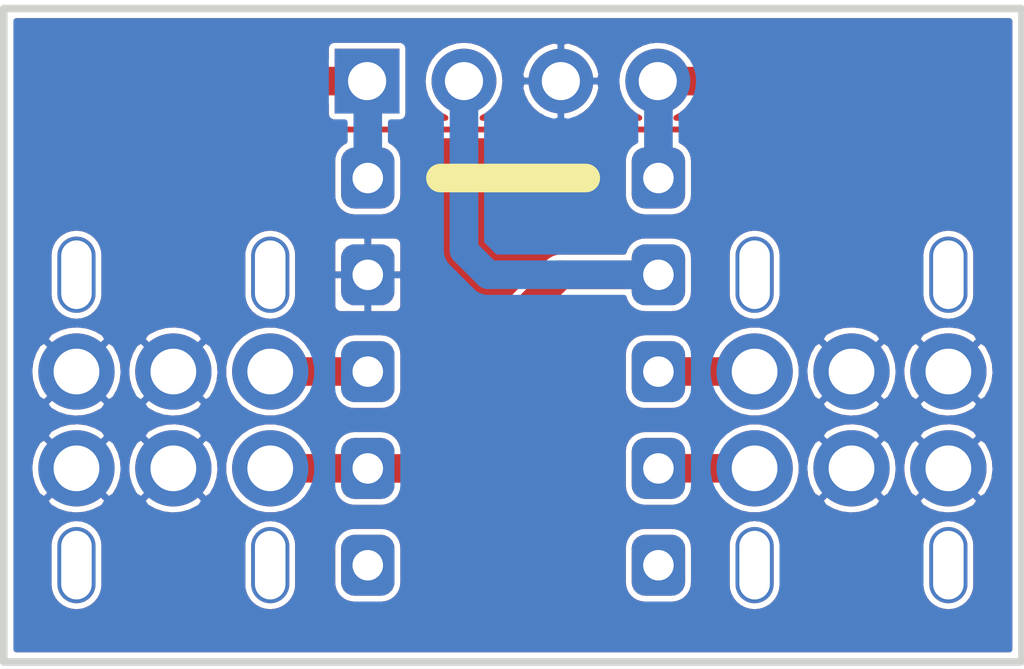
<source format=kicad_pcb>
(kicad_pcb (version 20171130) (host pcbnew "(5.0.2)-1")

  (general
    (thickness 1.6)
    (drawings 5)
    (tracks 35)
    (zones 0)
    (modules 16)
    (nets 9)
  )

  (page A4)
  (layers
    (0 F.Cu signal)
    (31 B.Cu signal)
    (32 B.Adhes user)
    (33 F.Adhes user)
    (34 B.Paste user)
    (35 F.Paste user)
    (36 B.SilkS user)
    (37 F.SilkS user)
    (38 B.Mask user)
    (39 F.Mask user)
    (40 Dwgs.User user)
    (41 Cmts.User user)
    (42 Eco1.User user)
    (43 Eco2.User user)
    (44 Edge.Cuts user)
    (45 Margin user)
    (46 B.CrtYd user)
    (47 F.CrtYd user)
    (48 B.Fab user)
    (49 F.Fab user)
  )

  (setup
    (last_trace_width 0.1524)
    (trace_clearance 0.1524)
    (zone_clearance 0.1524)
    (zone_45_only no)
    (trace_min 0.1524)
    (segment_width 0.2)
    (edge_width 0.15)
    (via_size 0.8)
    (via_drill 0.4)
    (via_min_size 0.4)
    (via_min_drill 0.3)
    (uvia_size 0.3)
    (uvia_drill 0.1)
    (uvias_allowed no)
    (uvia_min_size 0.2)
    (uvia_min_drill 0.1)
    (pcb_text_width 0.3)
    (pcb_text_size 1.5 1.5)
    (mod_edge_width 0.15)
    (mod_text_size 1 1)
    (mod_text_width 0.15)
    (pad_size 1.524 1.524)
    (pad_drill 0.762)
    (pad_to_mask_clearance 0.051)
    (solder_mask_min_width 0.25)
    (aux_axis_origin 0 0)
    (visible_elements 7FFFFFFF)
    (pcbplotparams
      (layerselection 0x010fc_ffffffff)
      (usegerberextensions false)
      (usegerberattributes false)
      (usegerberadvancedattributes false)
      (creategerberjobfile false)
      (excludeedgelayer true)
      (linewidth 0.050000)
      (plotframeref false)
      (viasonmask false)
      (mode 1)
      (useauxorigin false)
      (hpglpennumber 1)
      (hpglpenspeed 20)
      (hpglpendiameter 15.000000)
      (psnegative false)
      (psa4output false)
      (plotreference true)
      (plotvalue true)
      (plotinvisibletext false)
      (padsonsilk false)
      (subtractmaskfromsilk false)
      (outputformat 1)
      (mirror false)
      (drillshape 1)
      (scaleselection 1)
      (outputdirectory ""))
  )

  (net 0 "")
  (net 1 K_+)
  (net 2 GND_A)
  (net 3 SND)
  (net 4 IN)
  (net 5 RTN)
  (net 6 OUT)
  (net 7 K_-)
  (net 8 "Net-(D1-Pad2)")

  (net_class Default "This is the default net class."
    (clearance 0.1524)
    (trace_width 0.1524)
    (via_dia 0.8)
    (via_drill 0.4)
    (uvia_dia 0.3)
    (uvia_drill 0.1)
    (add_net GND_A)
    (add_net "Net-(D1-Pad2)")
  )

  (net_class Signal ""
    (clearance 0.1524)
    (trace_width 0.75)
    (via_dia 0.8)
    (via_drill 0.4)
    (uvia_dia 0.3)
    (uvia_drill 0.1)
    (add_net IN)
    (add_net K_+)
    (add_net K_-)
    (add_net OUT)
    (add_net RTN)
    (add_net SND)
  )

  (module SA_Diodes_SMD:ON_Semi_1SMA5918BT3G_SMA_DO-214AC (layer F.Cu) (tedit 5C6AB365) (tstamp 5C77AAEF)
    (at 137.16 100.33 180)
    (path /5C6C085A)
    (attr smd)
    (fp_text reference D1 (at 0 -2 180) (layer F.SilkS) hide
      (effects (font (size 0.6 0.6) (thickness 0.127)))
    )
    (fp_text value ON_Semi_1SMA5918BT3G (at 0 1.9 180) (layer F.Fab)
      (effects (font (size 0.3 0.3) (thickness 0.03)))
    )
    (fp_line (start -1.62 -1.3) (end -1.62 1.3) (layer F.Fab) (width 0.1))
    (fp_line (start -3.4 1.6) (end -3.4 -1.6) (layer F.CrtYd) (width 0.05))
    (fp_line (start 3.1 1.6) (end -3.4 1.6) (layer F.CrtYd) (width 0.05))
    (fp_line (start 3.1 -1.6) (end 3.1 1.6) (layer F.CrtYd) (width 0.05))
    (fp_line (start -3.4 -1.6) (end 3.1 -1.6) (layer F.CrtYd) (width 0.05))
    (fp_line (start 2.16 -1.3) (end -2.16 -1.3) (layer F.Fab) (width 0.1))
    (fp_line (start 2.16 -1.3) (end 2.16 1.3) (layer F.Fab) (width 0.1))
    (fp_line (start -2.16 1.3) (end -2.16 -1.3) (layer F.Fab) (width 0.1))
    (fp_line (start 2.16 1.3) (end -2.16 1.3) (layer F.Fab) (width 0.1))
    (fp_text user %R (at 0 0 180) (layer F.Fab)
      (effects (font (size 0.4 0.4) (thickness 0.05)))
    )
    (pad 2 smd roundrect (at 2 0 180) (size 2 2) (layers F.Cu F.Paste F.Mask) (roundrect_rratio 0.25)
      (net 8 "Net-(D1-Pad2)"))
    (pad 1 smd roundrect (at -2 0 180) (size 2 2) (layers F.Cu F.Paste F.Mask) (roundrect_rratio 0.25)
      (net 1 K_+))
    (model ${SA_LIB_3DSHAPES}/ON_Semi_1SMA5918BT3G_SMA_DO-214AC/ON_Semi_1SMA5918BT3G_SMA_DO-214AC.step
      (at (xyz 0 0 0))
      (scale (xyz 1 1 1))
      (rotate (xyz 0 0 0))
    )
  )

  (module SA_Diodes_SMD:ON_Semi_1SMA5918BT3G_SMA_DO-214AC (layer F.Cu) (tedit 5C6AB323) (tstamp 5C77AB02)
    (at 154.94 100.33)
    (path /5C6C08E1)
    (attr smd)
    (fp_text reference D2 (at 0 -2) (layer F.SilkS) hide
      (effects (font (size 0.6 0.6) (thickness 0.127)))
    )
    (fp_text value ON_Semi_1SMA5918BT3G (at 0 1.9) (layer F.Fab)
      (effects (font (size 0.3 0.3) (thickness 0.03)))
    )
    (fp_text user %R (at 0 0) (layer F.Fab)
      (effects (font (size 0.4 0.4) (thickness 0.05)))
    )
    (fp_line (start 2.16 1.3) (end -2.16 1.3) (layer F.Fab) (width 0.1))
    (fp_line (start -2.16 1.3) (end -2.16 -1.3) (layer F.Fab) (width 0.1))
    (fp_line (start 2.16 -1.3) (end 2.16 1.3) (layer F.Fab) (width 0.1))
    (fp_line (start 2.16 -1.3) (end -2.16 -1.3) (layer F.Fab) (width 0.1))
    (fp_line (start -3.4 -1.6) (end 3.1 -1.6) (layer F.CrtYd) (width 0.05))
    (fp_line (start 3.1 -1.6) (end 3.1 1.6) (layer F.CrtYd) (width 0.05))
    (fp_line (start 3.1 1.6) (end -3.4 1.6) (layer F.CrtYd) (width 0.05))
    (fp_line (start -3.4 1.6) (end -3.4 -1.6) (layer F.CrtYd) (width 0.05))
    (fp_line (start -1.62 -1.3) (end -1.62 1.3) (layer F.Fab) (width 0.1))
    (pad 1 smd roundrect (at -2 0) (size 2 2) (layers F.Cu F.Paste F.Mask) (roundrect_rratio 0.25)
      (net 7 K_-))
    (pad 2 smd roundrect (at 2 0) (size 2 2) (layers F.Cu F.Paste F.Mask) (roundrect_rratio 0.25)
      (net 8 "Net-(D1-Pad2)"))
    (model ${SA_LIB_3DSHAPES}/ON_Semi_1SMA5918BT3G_SMA_DO-214AC/ON_Semi_1SMA5918BT3G_SMA_DO-214AC.step
      (at (xyz 0 0 0))
      (scale (xyz 1 1 1))
      (rotate (xyz 0 0 0))
    )
  )

  (module SA_Connectors_Wire:ZipTie_Hole_1.8x0.8_PTH_0.2_mm_Annular (layer F.Cu) (tedit 5C602A2E) (tstamp 5C7360D2)
    (at 157.48 113.03)
    (path /5C6C0611)
    (fp_text reference M8 (at 0.254 0.5) (layer F.SilkS) hide
      (effects (font (size 0.5 0.5) (thickness 0.05)))
    )
    (fp_text value Hole_ZipTie (at 0.254 -0.5) (layer F.Fab) hide
      (effects (font (size 0.5 0.5) (thickness 0.05)))
    )
    (pad "" thru_hole oval (at 0 0) (size 1 2) (drill oval 0.8 1.8) (layers *.Cu *.Mask))
  )

  (module SA_Connectors_Wire:ZipTie_Hole_1.8x0.8_PTH_0.2_mm_Annular (layer F.Cu) (tedit 5C602A2E) (tstamp 5C7360CD)
    (at 157.48 105.41)
    (path /5C6C060B)
    (fp_text reference M7 (at 0 0.5) (layer F.SilkS) hide
      (effects (font (size 0.5 0.5) (thickness 0.05)))
    )
    (fp_text value Hole_ZipTie (at 0.254 -0.5) (layer F.Fab) hide
      (effects (font (size 0.5 0.5) (thickness 0.05)))
    )
    (pad "" thru_hole oval (at 0 0) (size 1 2) (drill oval 0.8 1.8) (layers *.Cu *.Mask))
  )

  (module SA_Connectors_Wire:ZipTie_Hole_1.8x0.8_PTH_0.2_mm_Annular (layer F.Cu) (tedit 5C602A2E) (tstamp 5C736315)
    (at 152.4 113.03)
    (path /5C6C0617)
    (fp_text reference M6 (at 0.254 0.5) (layer F.SilkS) hide
      (effects (font (size 0.5 0.5) (thickness 0.05)))
    )
    (fp_text value Hole_ZipTie (at 0.254 -0.5) (layer F.Fab) hide
      (effects (font (size 0.5 0.5) (thickness 0.05)))
    )
    (pad "" thru_hole oval (at 0 0) (size 1 2) (drill oval 0.8 1.8) (layers *.Cu *.Mask))
  )

  (module SA_Connectors_Wire:ZipTie_Hole_1.8x0.8_PTH_0.2_mm_Annular (layer F.Cu) (tedit 5C602A2E) (tstamp 5C7360C3)
    (at 152.4 105.41)
    (path /5C6C0605)
    (fp_text reference M5 (at 0.254 0.5) (layer F.SilkS) hide
      (effects (font (size 0.5 0.5) (thickness 0.05)))
    )
    (fp_text value Hole_ZipTie (at 0.254 -0.5) (layer F.Fab) hide
      (effects (font (size 0.5 0.5) (thickness 0.05)))
    )
    (pad "" thru_hole oval (at 0 0) (size 1 2) (drill oval 0.8 1.8) (layers *.Cu *.Mask))
  )

  (module SA_Connectors_Wire:ZipTie_Hole_1.8x0.8_PTH_0.2_mm_Annular (layer F.Cu) (tedit 5C602A2E) (tstamp 5C735ECE)
    (at 139.7 113.03)
    (path /5C6C02C4)
    (fp_text reference M1 (at 0.254 0.5) (layer F.SilkS) hide
      (effects (font (size 0.5 0.5) (thickness 0.05)))
    )
    (fp_text value Hole_ZipTie (at 0.254 -0.5) (layer F.Fab) hide
      (effects (font (size 0.5 0.5) (thickness 0.05)))
    )
    (pad "" thru_hole oval (at 0 0) (size 1 2) (drill oval 0.8 1.8) (layers *.Cu *.Mask))
  )

  (module SA_Connectors_Wire:ZipTie_Hole_1.8x0.8_PTH_0.2_mm_Annular (layer F.Cu) (tedit 5C602A2E) (tstamp 5C735E61)
    (at 134.62 113.03)
    (path /5C6C0394)
    (fp_text reference M4 (at 0.254 0.5) (layer F.SilkS) hide
      (effects (font (size 0.5 0.5) (thickness 0.05)))
    )
    (fp_text value Hole_ZipTie (at 0.254 -0.5) (layer F.Fab) hide
      (effects (font (size 0.5 0.5) (thickness 0.05)))
    )
    (pad "" thru_hole oval (at 0 0) (size 1 2) (drill oval 0.8 1.8) (layers *.Cu *.Mask))
  )

  (module SA_Connectors_Wire:ZipTie_Hole_1.8x0.8_PTH_0.2_mm_Annular (layer F.Cu) (tedit 5C602A2E) (tstamp 5C735E5C)
    (at 134.62 105.41)
    (path /5C6C0368)
    (fp_text reference M3 (at 0.254 0.5) (layer F.SilkS) hide
      (effects (font (size 0.5 0.5) (thickness 0.05)))
    )
    (fp_text value Hole_ZipTie (at 0.254 -0.5) (layer F.Fab) hide
      (effects (font (size 0.5 0.5) (thickness 0.05)))
    )
    (pad "" thru_hole oval (at 0 0) (size 1 2) (drill oval 0.8 1.8) (layers *.Cu *.Mask))
  )

  (module SA_Connectors_Wire:ZipTie_Hole_1.8x0.8_PTH_0.2_mm_Annular (layer F.Cu) (tedit 5C602A2E) (tstamp 5C735E57)
    (at 139.7 105.41)
    (path /5C6C03C6)
    (fp_text reference M2 (at 0.254 0.5) (layer F.SilkS) hide
      (effects (font (size 0.5 0.5) (thickness 0.05)))
    )
    (fp_text value Hole_ZipTie (at 0.254 -0.5) (layer F.Fab) hide
      (effects (font (size 0.5 0.5) (thickness 0.05)))
    )
    (pad "" thru_hole oval (at 0 0) (size 1 2) (drill oval 0.8 1.8) (layers *.Cu *.Mask))
  )

  (module SA_Connectors_Wire:Wire_Pad_3x_1.2mm_Hole_2.0_Annular_2.54mm_Pitch (layer F.Cu) (tedit 5C595A9F) (tstamp 5C735C74)
    (at 154.94 110.49)
    (path /5C6B4659)
    (fp_text reference J4 (at 0 1.27) (layer F.SilkS) hide
      (effects (font (size 0.5 0.5) (thickness 0.05)))
    )
    (fp_text value Conn_01x03 (at 0 -1.27) (layer F.Fab) hide
      (effects (font (size 0.5 0.5) (thickness 0.05)))
    )
    (pad 3 thru_hole circle (at 2.54 0) (size 2 2) (drill 1.2) (layers *.Cu *.Mask)
      (net 2 GND_A))
    (pad 2 thru_hole circle (at 0 0) (size 2 2) (drill 1.2) (layers *.Cu *.Mask)
      (net 2 GND_A))
    (pad 1 thru_hole circle (at -2.54 0) (size 2 2) (drill 1.2) (layers *.Cu *.Mask)
      (net 5 RTN))
  )

  (module SA_Connectors_Wire:Wire_Pad_3x_1.2mm_Hole_2.0_Annular_2.54mm_Pitch (layer F.Cu) (tedit 5C595A9F) (tstamp 5C735C6E)
    (at 154.94 107.95)
    (path /5C6B45F1)
    (fp_text reference J3 (at 0 1.27) (layer F.SilkS) hide
      (effects (font (size 0.5 0.5) (thickness 0.05)))
    )
    (fp_text value Conn_01x03 (at 0 -1.27) (layer F.Fab) hide
      (effects (font (size 0.5 0.5) (thickness 0.05)))
    )
    (pad 1 thru_hole circle (at -2.54 0) (size 2 2) (drill 1.2) (layers *.Cu *.Mask)
      (net 6 OUT))
    (pad 2 thru_hole circle (at 0 0) (size 2 2) (drill 1.2) (layers *.Cu *.Mask)
      (net 2 GND_A))
    (pad 3 thru_hole circle (at 2.54 0) (size 2 2) (drill 1.2) (layers *.Cu *.Mask)
      (net 2 GND_A))
  )

  (module SA_Connectors_Wire:Wire_Pad_3x_1.2mm_Hole_2.0_Annular_2.54mm_Pitch (layer F.Cu) (tedit 5C595A9F) (tstamp 5C735C68)
    (at 137.16 107.95 180)
    (path /5C6B4650)
    (fp_text reference J2 (at 0 1.27 180) (layer F.SilkS) hide
      (effects (font (size 0.5 0.5) (thickness 0.05)))
    )
    (fp_text value Conn_01x03 (at 0 -1.27 180) (layer F.Fab) hide
      (effects (font (size 0.5 0.5) (thickness 0.05)))
    )
    (pad 3 thru_hole circle (at 2.54 0 180) (size 2 2) (drill 1.2) (layers *.Cu *.Mask)
      (net 2 GND_A))
    (pad 2 thru_hole circle (at 0 0 180) (size 2 2) (drill 1.2) (layers *.Cu *.Mask)
      (net 2 GND_A))
    (pad 1 thru_hole circle (at -2.54 0 180) (size 2 2) (drill 1.2) (layers *.Cu *.Mask)
      (net 3 SND))
  )

  (module SA_Connectors_Wire:Wire_Pad_3x_1.2mm_Hole_2.0_Annular_2.54mm_Pitch (layer F.Cu) (tedit 5C595A9F) (tstamp 5C735C62)
    (at 137.16 110.49 180)
    (path /5C6B4550)
    (fp_text reference J1 (at 0 1.27 180) (layer F.SilkS) hide
      (effects (font (size 0.5 0.5) (thickness 0.05)))
    )
    (fp_text value Conn_01x03 (at 0 -1.27 180) (layer F.Fab) hide
      (effects (font (size 0.5 0.5) (thickness 0.05)))
    )
    (pad 1 thru_hole circle (at -2.54 0 180) (size 2 2) (drill 1.2) (layers *.Cu *.Mask)
      (net 4 IN))
    (pad 2 thru_hole circle (at 0 0 180) (size 2 2) (drill 1.2) (layers *.Cu *.Mask)
      (net 2 GND_A))
    (pad 3 thru_hole circle (at 2.54 0 180) (size 2 2) (drill 1.2) (layers *.Cu *.Mask)
      (net 2 GND_A))
  )

  (module SA_Relays_THT:Kemet_EA2-5SNJ (layer F.Cu) (tedit 5C6A961C) (tstamp 5C78A612)
    (at 146.05 107.95)
    (path /5C6B419F)
    (fp_text reference K1 (at 0 -7.9) (layer F.SilkS) hide
      (effects (font (size 1 1) (thickness 0.15)))
    )
    (fp_text value Kemet_EA2-5SNJ (at 0 7.6) (layer F.Fab)
      (effects (font (size 0.3 0.3) (thickness 0.03)))
    )
    (fp_line (start 4.617711 -7.097203) (end -4.582289 -7.097203) (layer F.Fab) (width 0.15))
    (fp_line (start -4.582289 -7.097203) (end -4.582289 7.102797) (layer F.Fab) (width 0.15))
    (fp_line (start -4.582289 7.102797) (end 4.617711 7.102797) (layer F.Fab) (width 0.15))
    (fp_line (start 4.617711 7.102797) (end 4.617711 -7.097203) (layer F.Fab) (width 0.15))
    (fp_line (start 1.922711 -5.077203) (end -1.887289 -5.077203) (layer F.SilkS) (width 0.75))
    (pad 1 thru_hole roundrect (at -3.792289 -5.077203) (size 1.4 1.6) (drill 0.8) (layers *.Cu *.Mask) (roundrect_rratio 0.25)
      (net 1 K_+))
    (pad 2 thru_hole roundrect (at -3.792289 -2.537203) (size 1.4 1.6) (drill 0.8) (layers *.Cu *.Mask) (roundrect_rratio 0.25)
      (net 2 GND_A))
    (pad 3 thru_hole roundrect (at -3.792289 0.002797) (size 1.4 1.6) (drill 0.8) (layers *.Cu *.Mask) (roundrect_rratio 0.25)
      (net 3 SND))
    (pad 4 thru_hole roundrect (at -3.792289 2.542797) (size 1.4 1.6) (drill 0.8) (layers *.Cu *.Mask) (roundrect_rratio 0.25)
      (net 4 IN))
    (pad 5 thru_hole roundrect (at -3.792289 5.082797) (size 1.4 1.6) (drill 0.8) (layers *.Cu *.Mask) (roundrect_rratio 0.25))
    (pad 6 thru_hole roundrect (at 3.827711 5.082797) (size 1.4 1.6) (drill 0.8) (layers *.Cu *.Mask) (roundrect_rratio 0.25))
    (pad 7 thru_hole roundrect (at 3.827711 2.542797) (size 1.4 1.6) (drill 0.8) (layers *.Cu *.Mask) (roundrect_rratio 0.25)
      (net 5 RTN))
    (pad 8 thru_hole roundrect (at 3.827711 0.002797) (size 1.4 1.6) (drill 0.8) (layers *.Cu *.Mask) (roundrect_rratio 0.25)
      (net 6 OUT))
    (pad 9 thru_hole roundrect (at 3.827711 -2.537203) (size 1.4 1.6) (drill 0.8) (layers *.Cu *.Mask) (roundrect_rratio 0.25)
      (net 4 IN))
    (pad 10 thru_hole roundrect (at 3.827711 -5.077203) (size 1.4 1.6) (drill 0.8) (layers *.Cu *.Mask) (roundrect_rratio 0.25)
      (net 7 K_-))
    (model ${SA_LIB_3DSHAPES}/Packages/DIP_8_Socket_With_Kemet_EA2-5SNJ.step
      (offset (xyz 0 1.27 0))
      (scale (xyz 1 1 1))
      (rotate (xyz 0 0 0))
    )
  )

  (module Connector_PinHeader_2.54mm:PinHeader_1x04_P2.54mm_Vertical (layer F.Cu) (tedit 5C6A953D) (tstamp 5C7E10BA)
    (at 142.24 100.33 90)
    (descr "Through hole straight pin header, 1x04, 2.54mm pitch, single row")
    (tags "Through hole pin header THT 1x04 2.54mm single row")
    (path /5C6B49B9)
    (fp_text reference J5 (at 0 -2.33 90) (layer F.SilkS) hide
      (effects (font (size 1 1) (thickness 0.15)))
    )
    (fp_text value Conn_01x04 (at 0 9.95 90) (layer F.Fab) hide
      (effects (font (size 1 1) (thickness 0.15)))
    )
    (fp_line (start -0.635 -1.27) (end 1.27 -1.27) (layer F.Fab) (width 0.1))
    (fp_line (start 1.27 -1.27) (end 1.27 8.89) (layer F.Fab) (width 0.1))
    (fp_line (start 1.27 8.89) (end -1.27 8.89) (layer F.Fab) (width 0.1))
    (fp_line (start -1.27 8.89) (end -1.27 -0.635) (layer F.Fab) (width 0.1))
    (fp_line (start -1.27 -0.635) (end -0.635 -1.27) (layer F.Fab) (width 0.1))
    (fp_line (start -1.8 -1.8) (end -1.8 9.4) (layer F.CrtYd) (width 0.05))
    (fp_line (start -1.8 9.4) (end 1.8 9.4) (layer F.CrtYd) (width 0.05))
    (fp_line (start 1.8 9.4) (end 1.8 -1.8) (layer F.CrtYd) (width 0.05))
    (fp_line (start 1.8 -1.8) (end -1.8 -1.8) (layer F.CrtYd) (width 0.05))
    (fp_text user %R (at 0 3.81 180) (layer F.Fab)
      (effects (font (size 1 1) (thickness 0.15)))
    )
    (pad 1 thru_hole rect (at 0 0 90) (size 1.7 1.7) (drill 1) (layers *.Cu *.Mask)
      (net 1 K_+))
    (pad 2 thru_hole oval (at 0 2.54 90) (size 1.7 1.7) (drill 1) (layers *.Cu *.Mask)
      (net 4 IN))
    (pad 3 thru_hole oval (at 0 5.08 90) (size 1.7 1.7) (drill 1) (layers *.Cu *.Mask)
      (net 2 GND_A))
    (pad 4 thru_hole oval (at 0 7.62 90) (size 1.7 1.7) (drill 1) (layers *.Cu *.Mask)
      (net 7 K_-))
  )

  (gr_text IN (at 137.16 113.665) (layer F.Mask)
    (effects (font (size 1.5 1.5) (thickness 0.3)))
  )
  (gr_line (start 159.385 98.425) (end 159.385 115.57) (layer Edge.Cuts) (width 0.15))
  (gr_line (start 132.715 98.425) (end 159.385 98.425) (layer Edge.Cuts) (width 0.2))
  (gr_line (start 132.715 115.57) (end 132.715 98.425) (layer Edge.Cuts) (width 0.2))
  (gr_line (start 159.385 115.57) (end 132.715 115.57) (layer Edge.Cuts) (width 0.2))

  (segment (start 139.16 100.33) (end 142.24 100.33) (width 0.75) (layer F.Cu) (net 1))
  (segment (start 142.257711 100.347711) (end 142.24 100.33) (width 0.75) (layer B.Cu) (net 1))
  (segment (start 142.257711 102.872797) (end 142.257711 100.347711) (width 0.75) (layer B.Cu) (net 1))
  (segment (start 142.254914 107.95) (end 142.257711 107.952797) (width 0.75) (layer F.Cu) (net 3))
  (segment (start 139.7 107.95) (end 142.254914 107.95) (width 0.75) (layer F.Cu) (net 3))
  (segment (start 142.254914 110.49) (end 142.257711 110.492797) (width 0.75) (layer F.Cu) (net 4))
  (segment (start 139.7 110.49) (end 142.254914 110.49) (width 0.75) (layer F.Cu) (net 4))
  (segment (start 142.257711 110.492797) (end 144.777203 110.492797) (width 0.75) (layer F.Cu) (net 4))
  (segment (start 144.777203 110.492797) (end 146.05 109.22) (width 0.75) (layer F.Cu) (net 4))
  (segment (start 146.05 109.22) (end 146.05 106.68) (width 0.75) (layer F.Cu) (net 4))
  (segment (start 146.05 106.68) (end 147.32 105.41) (width 0.75) (layer F.Cu) (net 4))
  (segment (start 147.322797 105.412797) (end 149.877711 105.412797) (width 0.75) (layer F.Cu) (net 4))
  (segment (start 147.32 105.41) (end 147.322797 105.412797) (width 0.75) (layer F.Cu) (net 4))
  (segment (start 149.077711 105.412797) (end 149.074914 105.41) (width 0.75) (layer B.Cu) (net 4))
  (segment (start 149.877711 105.412797) (end 149.077711 105.412797) (width 0.75) (layer B.Cu) (net 4))
  (segment (start 149.074914 105.41) (end 145.415 105.41) (width 0.75) (layer B.Cu) (net 4))
  (segment (start 144.78 104.775) (end 144.78 100.33) (width 0.75) (layer B.Cu) (net 4))
  (segment (start 145.415 105.41) (end 144.78 104.775) (width 0.75) (layer B.Cu) (net 4))
  (segment (start 149.880508 110.49) (end 149.877711 110.492797) (width 0.75) (layer F.Cu) (net 5))
  (segment (start 152.4 110.49) (end 149.880508 110.49) (width 0.75) (layer F.Cu) (net 5))
  (segment (start 152.4 107.95) (end 152.39241 107.95) (width 0.75) (layer F.Cu) (net 6))
  (segment (start 149.880508 107.95) (end 149.877711 107.952797) (width 0.75) (layer F.Cu) (net 6))
  (segment (start 152.4 107.95) (end 149.880508 107.95) (width 0.75) (layer F.Cu) (net 6))
  (segment (start 152.94 100.33) (end 149.86 100.33) (width 0.75) (layer F.Cu) (net 7))
  (segment (start 149.877711 100.347711) (end 149.86 100.33) (width 0.75) (layer B.Cu) (net 7))
  (segment (start 149.877711 102.872797) (end 149.877711 100.347711) (width 0.75) (layer B.Cu) (net 7))
  (segment (start 135.16 101.886) (end 135.16 100.33) (width 0.1524) (layer F.Cu) (net 8))
  (segment (start 135.382 102.108) (end 135.16 101.886) (width 0.1524) (layer F.Cu) (net 8))
  (segment (start 140.208 102.108) (end 135.382 102.108) (width 0.1524) (layer F.Cu) (net 8))
  (segment (start 156.94 101.43) (end 156.262 102.108) (width 0.1524) (layer F.Cu) (net 8))
  (segment (start 156.94 100.33) (end 156.94 101.43) (width 0.1524) (layer F.Cu) (net 8))
  (segment (start 151.892 102.108) (end 151.384 101.6) (width 0.1524) (layer F.Cu) (net 8))
  (segment (start 156.262 102.108) (end 151.892 102.108) (width 0.1524) (layer F.Cu) (net 8))
  (segment (start 151.384 101.6) (end 140.716 101.6) (width 0.1524) (layer F.Cu) (net 8))
  (segment (start 140.716 101.6) (end 140.208 102.108) (width 0.1524) (layer F.Cu) (net 8))

  (zone (net 2) (net_name GND_A) (layer F.Cu) (tstamp 0) (hatch edge 0.508)
    (connect_pads (clearance 0.1524))
    (min_thickness 0.1524)
    (fill yes (arc_segments 32) (thermal_gap 0.1524) (thermal_bridge_width 0.1778))
    (polygon
      (pts
        (xy 132.715 98.425) (xy 159.385 98.425) (xy 159.385 115.57) (xy 132.715 115.57)
      )
    )
    (filled_polygon
      (pts
        (xy 159.081401 115.2414) (xy 133.0436 115.2414) (xy 133.0436 112.494212) (xy 133.8914 112.494212) (xy 133.891401 113.565789)
        (xy 133.901944 113.672831) (xy 133.943606 113.810172) (xy 134.011261 113.936747) (xy 134.10231 114.047691) (xy 134.213254 114.13874)
        (xy 134.339829 114.206395) (xy 134.47717 114.248057) (xy 134.62 114.262125) (xy 134.762831 114.248057) (xy 134.900172 114.206395)
        (xy 135.026747 114.13874) (xy 135.137691 114.047691) (xy 135.22874 113.936747) (xy 135.296395 113.810172) (xy 135.338057 113.672831)
        (xy 135.3486 113.565789) (xy 135.3486 112.494212) (xy 138.9714 112.494212) (xy 138.971401 113.565789) (xy 138.981944 113.672831)
        (xy 139.023606 113.810172) (xy 139.091261 113.936747) (xy 139.18231 114.047691) (xy 139.293254 114.13874) (xy 139.419829 114.206395)
        (xy 139.55717 114.248057) (xy 139.7 114.262125) (xy 139.842831 114.248057) (xy 139.980172 114.206395) (xy 140.106747 114.13874)
        (xy 140.217691 114.047691) (xy 140.30874 113.936747) (xy 140.376395 113.810172) (xy 140.418057 113.672831) (xy 140.4286 113.565789)
        (xy 140.4286 112.582797) (xy 141.328005 112.582797) (xy 141.328005 113.482797) (xy 141.339144 113.595892) (xy 141.372132 113.704641)
        (xy 141.425703 113.804864) (xy 141.497797 113.892711) (xy 141.585644 113.964805) (xy 141.685867 114.018376) (xy 141.794616 114.051364)
        (xy 141.907711 114.062503) (xy 142.607711 114.062503) (xy 142.720806 114.051364) (xy 142.829555 114.018376) (xy 142.929778 113.964805)
        (xy 143.017625 113.892711) (xy 143.089719 113.804864) (xy 143.14329 113.704641) (xy 143.176278 113.595892) (xy 143.187417 113.482797)
        (xy 143.187417 112.582797) (xy 148.948005 112.582797) (xy 148.948005 113.482797) (xy 148.959144 113.595892) (xy 148.992132 113.704641)
        (xy 149.045703 113.804864) (xy 149.117797 113.892711) (xy 149.205644 113.964805) (xy 149.305867 114.018376) (xy 149.414616 114.051364)
        (xy 149.527711 114.062503) (xy 150.227711 114.062503) (xy 150.340806 114.051364) (xy 150.449555 114.018376) (xy 150.549778 113.964805)
        (xy 150.637625 113.892711) (xy 150.709719 113.804864) (xy 150.76329 113.704641) (xy 150.796278 113.595892) (xy 150.807417 113.482797)
        (xy 150.807417 112.582797) (xy 150.798693 112.494212) (xy 151.6714 112.494212) (xy 151.671401 113.565789) (xy 151.681944 113.672831)
        (xy 151.723606 113.810172) (xy 151.791261 113.936747) (xy 151.88231 114.047691) (xy 151.993254 114.13874) (xy 152.119829 114.206395)
        (xy 152.25717 114.248057) (xy 152.4 114.262125) (xy 152.542831 114.248057) (xy 152.680172 114.206395) (xy 152.806747 114.13874)
        (xy 152.917691 114.047691) (xy 153.00874 113.936747) (xy 153.076395 113.810172) (xy 153.118057 113.672831) (xy 153.1286 113.565789)
        (xy 153.1286 112.494212) (xy 156.7514 112.494212) (xy 156.751401 113.565789) (xy 156.761944 113.672831) (xy 156.803606 113.810172)
        (xy 156.871261 113.936747) (xy 156.96231 114.047691) (xy 157.073254 114.13874) (xy 157.199829 114.206395) (xy 157.33717 114.248057)
        (xy 157.48 114.262125) (xy 157.622831 114.248057) (xy 157.760172 114.206395) (xy 157.886747 114.13874) (xy 157.997691 114.047691)
        (xy 158.08874 113.936747) (xy 158.156395 113.810172) (xy 158.198057 113.672831) (xy 158.2086 113.565789) (xy 158.2086 112.494211)
        (xy 158.198057 112.387169) (xy 158.156395 112.249828) (xy 158.08874 112.123253) (xy 157.99769 112.012309) (xy 157.886746 111.92126)
        (xy 157.760171 111.853605) (xy 157.62283 111.811943) (xy 157.48 111.797875) (xy 157.337169 111.811943) (xy 157.199828 111.853605)
        (xy 157.073253 111.92126) (xy 156.962309 112.01231) (xy 156.87126 112.123254) (xy 156.803605 112.249829) (xy 156.761943 112.38717)
        (xy 156.7514 112.494212) (xy 153.1286 112.494212) (xy 153.1286 112.494211) (xy 153.118057 112.387169) (xy 153.076395 112.249828)
        (xy 153.00874 112.123253) (xy 152.91769 112.012309) (xy 152.806746 111.92126) (xy 152.680171 111.853605) (xy 152.54283 111.811943)
        (xy 152.4 111.797875) (xy 152.257169 111.811943) (xy 152.119828 111.853605) (xy 151.993253 111.92126) (xy 151.882309 112.01231)
        (xy 151.79126 112.123254) (xy 151.723605 112.249829) (xy 151.681943 112.38717) (xy 151.6714 112.494212) (xy 150.798693 112.494212)
        (xy 150.796278 112.469702) (xy 150.76329 112.360953) (xy 150.709719 112.26073) (xy 150.637625 112.172883) (xy 150.549778 112.100789)
        (xy 150.449555 112.047218) (xy 150.340806 112.01423) (xy 150.227711 112.003091) (xy 149.527711 112.003091) (xy 149.414616 112.01423)
        (xy 149.305867 112.047218) (xy 149.205644 112.100789) (xy 149.117797 112.172883) (xy 149.045703 112.26073) (xy 148.992132 112.360953)
        (xy 148.959144 112.469702) (xy 148.948005 112.582797) (xy 143.187417 112.582797) (xy 143.176278 112.469702) (xy 143.14329 112.360953)
        (xy 143.089719 112.26073) (xy 143.017625 112.172883) (xy 142.929778 112.100789) (xy 142.829555 112.047218) (xy 142.720806 112.01423)
        (xy 142.607711 112.003091) (xy 141.907711 112.003091) (xy 141.794616 112.01423) (xy 141.685867 112.047218) (xy 141.585644 112.100789)
        (xy 141.497797 112.172883) (xy 141.425703 112.26073) (xy 141.372132 112.360953) (xy 141.339144 112.469702) (xy 141.328005 112.582797)
        (xy 140.4286 112.582797) (xy 140.4286 112.494211) (xy 140.418057 112.387169) (xy 140.376395 112.249828) (xy 140.30874 112.123253)
        (xy 140.21769 112.012309) (xy 140.106746 111.92126) (xy 139.980171 111.853605) (xy 139.84283 111.811943) (xy 139.7 111.797875)
        (xy 139.557169 111.811943) (xy 139.419828 111.853605) (xy 139.293253 111.92126) (xy 139.182309 112.01231) (xy 139.09126 112.123254)
        (xy 139.023605 112.249829) (xy 138.981943 112.38717) (xy 138.9714 112.494212) (xy 135.3486 112.494212) (xy 135.3486 112.494211)
        (xy 135.338057 112.387169) (xy 135.296395 112.249828) (xy 135.22874 112.123253) (xy 135.13769 112.012309) (xy 135.026746 111.92126)
        (xy 134.900171 111.853605) (xy 134.76283 111.811943) (xy 134.62 111.797875) (xy 134.477169 111.811943) (xy 134.339828 111.853605)
        (xy 134.213253 111.92126) (xy 134.102309 112.01231) (xy 134.01126 112.123254) (xy 133.943605 112.249829) (xy 133.901943 112.38717)
        (xy 133.8914 112.494212) (xy 133.0436 112.494212) (xy 133.0436 111.331476) (xy 133.796484 111.331476) (xy 133.904665 111.49618)
        (xy 134.114706 111.616402) (xy 134.344165 111.693337) (xy 134.584225 111.724027) (xy 134.825658 111.707295) (xy 135.059189 111.643783)
        (xy 135.275842 111.535931) (xy 135.335335 111.49618) (xy 135.443516 111.331476) (xy 136.336484 111.331476) (xy 136.444665 111.49618)
        (xy 136.654706 111.616402) (xy 136.884165 111.693337) (xy 137.124225 111.724027) (xy 137.365658 111.707295) (xy 137.599189 111.643783)
        (xy 137.815842 111.535931) (xy 137.875335 111.49618) (xy 137.983516 111.331476) (xy 137.16 110.507961) (xy 136.336484 111.331476)
        (xy 135.443516 111.331476) (xy 134.62 110.507961) (xy 133.796484 111.331476) (xy 133.0436 111.331476) (xy 133.0436 110.454225)
        (xy 133.385973 110.454225) (xy 133.402705 110.695658) (xy 133.466217 110.929189) (xy 133.574069 111.145842) (xy 133.61382 111.205335)
        (xy 133.778524 111.313516) (xy 134.602039 110.49) (xy 134.637961 110.49) (xy 135.461476 111.313516) (xy 135.62618 111.205335)
        (xy 135.746402 110.995294) (xy 135.823337 110.765835) (xy 135.854027 110.525775) (xy 135.849069 110.454225) (xy 135.925973 110.454225)
        (xy 135.942705 110.695658) (xy 136.006217 110.929189) (xy 136.114069 111.145842) (xy 136.15382 111.205335) (xy 136.318524 111.313516)
        (xy 137.142039 110.49) (xy 137.177961 110.49) (xy 138.001476 111.313516) (xy 138.16618 111.205335) (xy 138.286402 110.995294)
        (xy 138.363337 110.765835) (xy 138.394027 110.525775) (xy 138.383162 110.368993) (xy 138.4714 110.368993) (xy 138.4714 110.611007)
        (xy 138.518614 110.848369) (xy 138.611229 111.07196) (xy 138.745684 111.273187) (xy 138.916813 111.444316) (xy 139.11804 111.578771)
        (xy 139.341631 111.671386) (xy 139.578993 111.7186) (xy 139.821007 111.7186) (xy 140.058369 111.671386) (xy 140.28196 111.578771)
        (xy 140.483187 111.444316) (xy 140.654316 111.273187) (xy 140.774312 111.0936) (xy 141.350582 111.0936) (xy 141.372132 111.164641)
        (xy 141.425703 111.264864) (xy 141.497797 111.352711) (xy 141.585644 111.424805) (xy 141.685867 111.478376) (xy 141.794616 111.511364)
        (xy 141.907711 111.522503) (xy 142.607711 111.522503) (xy 142.720806 111.511364) (xy 142.829555 111.478376) (xy 142.929778 111.424805)
        (xy 143.017625 111.352711) (xy 143.089719 111.264864) (xy 143.14329 111.164641) (xy 143.163991 111.096397) (xy 144.747566 111.096397)
        (xy 144.777203 111.099316) (xy 144.80684 111.096397) (xy 144.80685 111.096397) (xy 144.895529 111.087663) (xy 145.009308 111.053148)
        (xy 145.114167 110.9971) (xy 145.206077 110.921671) (xy 145.224974 110.898645) (xy 146.080822 110.042797) (xy 148.948005 110.042797)
        (xy 148.948005 110.942797) (xy 148.959144 111.055892) (xy 148.992132 111.164641) (xy 149.045703 111.264864) (xy 149.117797 111.352711)
        (xy 149.205644 111.424805) (xy 149.305867 111.478376) (xy 149.414616 111.511364) (xy 149.527711 111.522503) (xy 150.227711 111.522503)
        (xy 150.340806 111.511364) (xy 150.449555 111.478376) (xy 150.549778 111.424805) (xy 150.637625 111.352711) (xy 150.709719 111.264864)
        (xy 150.76329 111.164641) (xy 150.78484 111.0936) (xy 151.325688 111.0936) (xy 151.445684 111.273187) (xy 151.616813 111.444316)
        (xy 151.81804 111.578771) (xy 152.041631 111.671386) (xy 152.278993 111.7186) (xy 152.521007 111.7186) (xy 152.758369 111.671386)
        (xy 152.98196 111.578771) (xy 153.183187 111.444316) (xy 153.296027 111.331476) (xy 154.116484 111.331476) (xy 154.224665 111.49618)
        (xy 154.434706 111.616402) (xy 154.664165 111.693337) (xy 154.904225 111.724027) (xy 155.145658 111.707295) (xy 155.379189 111.643783)
        (xy 155.595842 111.535931) (xy 155.655335 111.49618) (xy 155.763516 111.331476) (xy 156.656484 111.331476) (xy 156.764665 111.49618)
        (xy 156.974706 111.616402) (xy 157.204165 111.693337) (xy 157.444225 111.724027) (xy 157.685658 111.707295) (xy 157.919189 111.643783)
        (xy 158.135842 111.535931) (xy 158.195335 111.49618) (xy 158.303516 111.331476) (xy 157.48 110.507961) (xy 156.656484 111.331476)
        (xy 155.763516 111.331476) (xy 154.94 110.507961) (xy 154.116484 111.331476) (xy 153.296027 111.331476) (xy 153.354316 111.273187)
        (xy 153.488771 111.07196) (xy 153.581386 110.848369) (xy 153.6286 110.611007) (xy 153.6286 110.454225) (xy 153.705973 110.454225)
        (xy 153.722705 110.695658) (xy 153.786217 110.929189) (xy 153.894069 111.145842) (xy 153.93382 111.205335) (xy 154.098524 111.313516)
        (xy 154.922039 110.49) (xy 154.957961 110.49) (xy 155.781476 111.313516) (xy 155.94618 111.205335) (xy 156.066402 110.995294)
        (xy 156.143337 110.765835) (xy 156.174027 110.525775) (xy 156.169069 110.454225) (xy 156.245973 110.454225) (xy 156.262705 110.695658)
        (xy 156.326217 110.929189) (xy 156.434069 111.145842) (xy 156.47382 111.205335) (xy 156.638524 111.313516) (xy 157.462039 110.49)
        (xy 157.497961 110.49) (xy 158.321476 111.313516) (xy 158.48618 111.205335) (xy 158.606402 110.995294) (xy 158.683337 110.765835)
        (xy 158.714027 110.525775) (xy 158.697295 110.284342) (xy 158.633783 110.050811) (xy 158.525931 109.834158) (xy 158.48618 109.774665)
        (xy 158.321476 109.666484) (xy 157.497961 110.49) (xy 157.462039 110.49) (xy 156.638524 109.666484) (xy 156.47382 109.774665)
        (xy 156.353598 109.984706) (xy 156.276663 110.214165) (xy 156.245973 110.454225) (xy 156.169069 110.454225) (xy 156.157295 110.284342)
        (xy 156.093783 110.050811) (xy 155.985931 109.834158) (xy 155.94618 109.774665) (xy 155.781476 109.666484) (xy 154.957961 110.49)
        (xy 154.922039 110.49) (xy 154.098524 109.666484) (xy 153.93382 109.774665) (xy 153.813598 109.984706) (xy 153.736663 110.214165)
        (xy 153.705973 110.454225) (xy 153.6286 110.454225) (xy 153.6286 110.368993) (xy 153.581386 110.131631) (xy 153.488771 109.90804)
        (xy 153.354316 109.706813) (xy 153.296027 109.648524) (xy 154.116484 109.648524) (xy 154.94 110.472039) (xy 155.763516 109.648524)
        (xy 156.656484 109.648524) (xy 157.48 110.472039) (xy 158.303516 109.648524) (xy 158.195335 109.48382) (xy 157.985294 109.363598)
        (xy 157.755835 109.286663) (xy 157.515775 109.255973) (xy 157.274342 109.272705) (xy 157.040811 109.336217) (xy 156.824158 109.444069)
        (xy 156.764665 109.48382) (xy 156.656484 109.648524) (xy 155.763516 109.648524) (xy 155.655335 109.48382) (xy 155.445294 109.363598)
        (xy 155.215835 109.286663) (xy 154.975775 109.255973) (xy 154.734342 109.272705) (xy 154.500811 109.336217) (xy 154.284158 109.444069)
        (xy 154.224665 109.48382) (xy 154.116484 109.648524) (xy 153.296027 109.648524) (xy 153.183187 109.535684) (xy 152.98196 109.401229)
        (xy 152.758369 109.308614) (xy 152.521007 109.2614) (xy 152.278993 109.2614) (xy 152.041631 109.308614) (xy 151.81804 109.401229)
        (xy 151.616813 109.535684) (xy 151.445684 109.706813) (xy 151.325688 109.8864) (xy 150.783143 109.8864) (xy 150.76329 109.820953)
        (xy 150.709719 109.72073) (xy 150.637625 109.632883) (xy 150.549778 109.560789) (xy 150.449555 109.507218) (xy 150.340806 109.47423)
        (xy 150.227711 109.463091) (xy 149.527711 109.463091) (xy 149.414616 109.47423) (xy 149.305867 109.507218) (xy 149.205644 109.560789)
        (xy 149.117797 109.632883) (xy 149.045703 109.72073) (xy 148.992132 109.820953) (xy 148.959144 109.929702) (xy 148.948005 110.042797)
        (xy 146.080822 110.042797) (xy 146.455849 109.66777) (xy 146.478874 109.648874) (xy 146.497773 109.625846) (xy 146.554303 109.556965)
        (xy 146.610351 109.452105) (xy 146.625784 109.401229) (xy 146.644866 109.338326) (xy 146.6536 109.249647) (xy 146.6536 109.249638)
        (xy 146.656519 109.22) (xy 146.6536 109.190363) (xy 146.6536 107.502797) (xy 148.948005 107.502797) (xy 148.948005 108.402797)
        (xy 148.959144 108.515892) (xy 148.992132 108.624641) (xy 149.045703 108.724864) (xy 149.117797 108.812711) (xy 149.205644 108.884805)
        (xy 149.305867 108.938376) (xy 149.414616 108.971364) (xy 149.527711 108.982503) (xy 150.227711 108.982503) (xy 150.340806 108.971364)
        (xy 150.449555 108.938376) (xy 150.549778 108.884805) (xy 150.637625 108.812711) (xy 150.709719 108.724864) (xy 150.76329 108.624641)
        (xy 150.78484 108.5536) (xy 151.325688 108.5536) (xy 151.445684 108.733187) (xy 151.616813 108.904316) (xy 151.81804 109.038771)
        (xy 152.041631 109.131386) (xy 152.278993 109.1786) (xy 152.521007 109.1786) (xy 152.758369 109.131386) (xy 152.98196 109.038771)
        (xy 153.183187 108.904316) (xy 153.296027 108.791476) (xy 154.116484 108.791476) (xy 154.224665 108.95618) (xy 154.434706 109.076402)
        (xy 154.664165 109.153337) (xy 154.904225 109.184027) (xy 155.145658 109.167295) (xy 155.379189 109.103783) (xy 155.595842 108.995931)
        (xy 155.655335 108.95618) (xy 155.763516 108.791476) (xy 156.656484 108.791476) (xy 156.764665 108.95618) (xy 156.974706 109.076402)
        (xy 157.204165 109.153337) (xy 157.444225 109.184027) (xy 157.685658 109.167295) (xy 157.919189 109.103783) (xy 158.135842 108.995931)
        (xy 158.195335 108.95618) (xy 158.303516 108.791476) (xy 157.48 107.967961) (xy 156.656484 108.791476) (xy 155.763516 108.791476)
        (xy 154.94 107.967961) (xy 154.116484 108.791476) (xy 153.296027 108.791476) (xy 153.354316 108.733187) (xy 153.488771 108.53196)
        (xy 153.581386 108.308369) (xy 153.6286 108.071007) (xy 153.6286 107.914225) (xy 153.705973 107.914225) (xy 153.722705 108.155658)
        (xy 153.786217 108.389189) (xy 153.894069 108.605842) (xy 153.93382 108.665335) (xy 154.098524 108.773516) (xy 154.922039 107.95)
        (xy 154.957961 107.95) (xy 155.781476 108.773516) (xy 155.94618 108.665335) (xy 156.066402 108.455294) (xy 156.143337 108.225835)
        (xy 156.174027 107.985775) (xy 156.169069 107.914225) (xy 156.245973 107.914225) (xy 156.262705 108.155658) (xy 156.326217 108.389189)
        (xy 156.434069 108.605842) (xy 156.47382 108.665335) (xy 156.638524 108.773516) (xy 157.462039 107.95) (xy 157.497961 107.95)
        (xy 158.321476 108.773516) (xy 158.48618 108.665335) (xy 158.606402 108.455294) (xy 158.683337 108.225835) (xy 158.714027 107.985775)
        (xy 158.697295 107.744342) (xy 158.633783 107.510811) (xy 158.525931 107.294158) (xy 158.48618 107.234665) (xy 158.321476 107.126484)
        (xy 157.497961 107.95) (xy 157.462039 107.95) (xy 156.638524 107.126484) (xy 156.47382 107.234665) (xy 156.353598 107.444706)
        (xy 156.276663 107.674165) (xy 156.245973 107.914225) (xy 156.169069 107.914225) (xy 156.157295 107.744342) (xy 156.093783 107.510811)
        (xy 155.985931 107.294158) (xy 155.94618 107.234665) (xy 155.781476 107.126484) (xy 154.957961 107.95) (xy 154.922039 107.95)
        (xy 154.098524 107.126484) (xy 153.93382 107.234665) (xy 153.813598 107.444706) (xy 153.736663 107.674165) (xy 153.705973 107.914225)
        (xy 153.6286 107.914225) (xy 153.6286 107.828993) (xy 153.581386 107.591631) (xy 153.488771 107.36804) (xy 153.354316 107.166813)
        (xy 153.296027 107.108524) (xy 154.116484 107.108524) (xy 154.94 107.932039) (xy 155.763516 107.108524) (xy 156.656484 107.108524)
        (xy 157.48 107.932039) (xy 158.303516 107.108524) (xy 158.195335 106.94382) (xy 157.985294 106.823598) (xy 157.755835 106.746663)
        (xy 157.515775 106.715973) (xy 157.274342 106.732705) (xy 157.040811 106.796217) (xy 156.824158 106.904069) (xy 156.764665 106.94382)
        (xy 156.656484 107.108524) (xy 155.763516 107.108524) (xy 155.655335 106.94382) (xy 155.445294 106.823598) (xy 155.215835 106.746663)
        (xy 154.975775 106.715973) (xy 154.734342 106.732705) (xy 154.500811 106.796217) (xy 154.284158 106.904069) (xy 154.224665 106.94382)
        (xy 154.116484 107.108524) (xy 153.296027 107.108524) (xy 153.183187 106.995684) (xy 152.98196 106.861229) (xy 152.758369 106.768614)
        (xy 152.521007 106.7214) (xy 152.278993 106.7214) (xy 152.041631 106.768614) (xy 151.81804 106.861229) (xy 151.616813 106.995684)
        (xy 151.445684 107.166813) (xy 151.325688 107.3464) (xy 150.783143 107.3464) (xy 150.76329 107.280953) (xy 150.709719 107.18073)
        (xy 150.637625 107.092883) (xy 150.549778 107.020789) (xy 150.449555 106.967218) (xy 150.340806 106.93423) (xy 150.227711 106.923091)
        (xy 149.527711 106.923091) (xy 149.414616 106.93423) (xy 149.305867 106.967218) (xy 149.205644 107.020789) (xy 149.117797 107.092883)
        (xy 149.045703 107.18073) (xy 148.992132 107.280953) (xy 148.959144 107.389702) (xy 148.948005 107.502797) (xy 146.6536 107.502797)
        (xy 146.6536 106.930019) (xy 147.567223 106.016397) (xy 148.971431 106.016397) (xy 148.992132 106.084641) (xy 149.045703 106.184864)
        (xy 149.117797 106.272711) (xy 149.205644 106.344805) (xy 149.305867 106.398376) (xy 149.414616 106.431364) (xy 149.527711 106.442503)
        (xy 150.227711 106.442503) (xy 150.340806 106.431364) (xy 150.449555 106.398376) (xy 150.549778 106.344805) (xy 150.637625 106.272711)
        (xy 150.709719 106.184864) (xy 150.76329 106.084641) (xy 150.796278 105.975892) (xy 150.807417 105.862797) (xy 150.807417 104.962797)
        (xy 150.798693 104.874212) (xy 151.6714 104.874212) (xy 151.671401 105.945789) (xy 151.681944 106.052831) (xy 151.723606 106.190172)
        (xy 151.791261 106.316747) (xy 151.88231 106.427691) (xy 151.993254 106.51874) (xy 152.119829 106.586395) (xy 152.25717 106.628057)
        (xy 152.4 106.642125) (xy 152.542831 106.628057) (xy 152.680172 106.586395) (xy 152.806747 106.51874) (xy 152.917691 106.427691)
        (xy 153.00874 106.316747) (xy 153.076395 106.190172) (xy 153.118057 106.052831) (xy 153.1286 105.945789) (xy 153.1286 104.874212)
        (xy 156.7514 104.874212) (xy 156.751401 105.945789) (xy 156.761944 106.052831) (xy 156.803606 106.190172) (xy 156.871261 106.316747)
        (xy 156.96231 106.427691) (xy 157.073254 106.51874) (xy 157.199829 106.586395) (xy 157.33717 106.628057) (xy 157.48 106.642125)
        (xy 157.622831 106.628057) (xy 157.760172 106.586395) (xy 157.886747 106.51874) (xy 157.997691 106.427691) (xy 158.08874 106.316747)
        (xy 158.156395 106.190172) (xy 158.198057 106.052831) (xy 158.2086 105.945789) (xy 158.2086 104.874211) (xy 158.198057 104.767169)
        (xy 158.156395 104.629828) (xy 158.08874 104.503253) (xy 157.99769 104.392309) (xy 157.886746 104.30126) (xy 157.760171 104.233605)
        (xy 157.62283 104.191943) (xy 157.48 104.177875) (xy 157.337169 104.191943) (xy 157.199828 104.233605) (xy 157.073253 104.30126)
        (xy 156.962309 104.39231) (xy 156.87126 104.503254) (xy 156.803605 104.629829) (xy 156.761943 104.76717) (xy 156.7514 104.874212)
        (xy 153.1286 104.874212) (xy 153.1286 104.874211) (xy 153.118057 104.767169) (xy 153.076395 104.629828) (xy 153.00874 104.503253)
        (xy 152.91769 104.392309) (xy 152.806746 104.30126) (xy 152.680171 104.233605) (xy 152.54283 104.191943) (xy 152.4 104.177875)
        (xy 152.257169 104.191943) (xy 152.119828 104.233605) (xy 151.993253 104.30126) (xy 151.882309 104.39231) (xy 151.79126 104.503254)
        (xy 151.723605 104.629829) (xy 151.681943 104.76717) (xy 151.6714 104.874212) (xy 150.798693 104.874212) (xy 150.796278 104.849702)
        (xy 150.76329 104.740953) (xy 150.709719 104.64073) (xy 150.637625 104.552883) (xy 150.549778 104.480789) (xy 150.449555 104.427218)
        (xy 150.340806 104.39423) (xy 150.227711 104.383091) (xy 149.527711 104.383091) (xy 149.414616 104.39423) (xy 149.305867 104.427218)
        (xy 149.205644 104.480789) (xy 149.117797 104.552883) (xy 149.045703 104.64073) (xy 148.992132 104.740953) (xy 148.971431 104.809197)
        (xy 147.378036 104.809197) (xy 147.32 104.803481) (xy 147.319999 104.803481) (xy 147.201673 104.815135) (xy 147.15213 104.830164)
        (xy 147.087896 104.849649) (xy 147.087894 104.84965) (xy 146.983035 104.905698) (xy 146.914153 104.962227) (xy 146.914145 104.962235)
        (xy 146.891126 104.981126) (xy 146.872235 105.004146) (xy 145.644148 106.232233) (xy 145.621127 106.251126) (xy 145.602234 106.274147)
        (xy 145.602227 106.274154) (xy 145.545698 106.343036) (xy 145.489649 106.447896) (xy 145.455135 106.561674) (xy 145.443481 106.68)
        (xy 145.446401 106.709647) (xy 145.4464 108.969981) (xy 144.527184 109.889197) (xy 143.163991 109.889197) (xy 143.14329 109.820953)
        (xy 143.089719 109.72073) (xy 143.017625 109.632883) (xy 142.929778 109.560789) (xy 142.829555 109.507218) (xy 142.720806 109.47423)
        (xy 142.607711 109.463091) (xy 141.907711 109.463091) (xy 141.794616 109.47423) (xy 141.685867 109.507218) (xy 141.585644 109.560789)
        (xy 141.497797 109.632883) (xy 141.425703 109.72073) (xy 141.372132 109.820953) (xy 141.352279 109.8864) (xy 140.774312 109.8864)
        (xy 140.654316 109.706813) (xy 140.483187 109.535684) (xy 140.28196 109.401229) (xy 140.058369 109.308614) (xy 139.821007 109.2614)
        (xy 139.578993 109.2614) (xy 139.341631 109.308614) (xy 139.11804 109.401229) (xy 138.916813 109.535684) (xy 138.745684 109.706813)
        (xy 138.611229 109.90804) (xy 138.518614 110.131631) (xy 138.4714 110.368993) (xy 138.383162 110.368993) (xy 138.377295 110.284342)
        (xy 138.313783 110.050811) (xy 138.205931 109.834158) (xy 138.16618 109.774665) (xy 138.001476 109.666484) (xy 137.177961 110.49)
        (xy 137.142039 110.49) (xy 136.318524 109.666484) (xy 136.15382 109.774665) (xy 136.033598 109.984706) (xy 135.956663 110.214165)
        (xy 135.925973 110.454225) (xy 135.849069 110.454225) (xy 135.837295 110.284342) (xy 135.773783 110.050811) (xy 135.665931 109.834158)
        (xy 135.62618 109.774665) (xy 135.461476 109.666484) (xy 134.637961 110.49) (xy 134.602039 110.49) (xy 133.778524 109.666484)
        (xy 133.61382 109.774665) (xy 133.493598 109.984706) (xy 133.416663 110.214165) (xy 133.385973 110.454225) (xy 133.0436 110.454225)
        (xy 133.0436 109.648524) (xy 133.796484 109.648524) (xy 134.62 110.472039) (xy 135.443516 109.648524) (xy 136.336484 109.648524)
        (xy 137.16 110.472039) (xy 137.983516 109.648524) (xy 137.875335 109.48382) (xy 137.665294 109.363598) (xy 137.435835 109.286663)
        (xy 137.195775 109.255973) (xy 136.954342 109.272705) (xy 136.720811 109.336217) (xy 136.504158 109.444069) (xy 136.444665 109.48382)
        (xy 136.336484 109.648524) (xy 135.443516 109.648524) (xy 135.335335 109.48382) (xy 135.125294 109.363598) (xy 134.895835 109.286663)
        (xy 134.655775 109.255973) (xy 134.414342 109.272705) (xy 134.180811 109.336217) (xy 133.964158 109.444069) (xy 133.904665 109.48382)
        (xy 133.796484 109.648524) (xy 133.0436 109.648524) (xy 133.0436 108.791476) (xy 133.796484 108.791476) (xy 133.904665 108.95618)
        (xy 134.114706 109.076402) (xy 134.344165 109.153337) (xy 134.584225 109.184027) (xy 134.825658 109.167295) (xy 135.059189 109.103783)
        (xy 135.275842 108.995931) (xy 135.335335 108.95618) (xy 135.443516 108.791476) (xy 136.336484 108.791476) (xy 136.444665 108.95618)
        (xy 136.654706 109.076402) (xy 136.884165 109.153337) (xy 137.124225 109.184027) (xy 137.365658 109.167295) (xy 137.599189 109.103783)
        (xy 137.815842 108.995931) (xy 137.875335 108.95618) (xy 137.983516 108.791476) (xy 137.16 107.967961) (xy 136.336484 108.791476)
        (xy 135.443516 108.791476) (xy 134.62 107.967961) (xy 133.796484 108.791476) (xy 133.0436 108.791476) (xy 133.0436 107.914225)
        (xy 133.385973 107.914225) (xy 133.402705 108.155658) (xy 133.466217 108.389189) (xy 133.574069 108.605842) (xy 133.61382 108.665335)
        (xy 133.778524 108.773516) (xy 134.602039 107.95) (xy 134.637961 107.95) (xy 135.461476 108.773516) (xy 135.62618 108.665335)
        (xy 135.746402 108.455294) (xy 135.823337 108.225835) (xy 135.854027 107.985775) (xy 135.849069 107.914225) (xy 135.925973 107.914225)
        (xy 135.942705 108.155658) (xy 136.006217 108.389189) (xy 136.114069 108.605842) (xy 136.15382 108.665335) (xy 136.318524 108.773516)
        (xy 137.142039 107.95) (xy 137.177961 107.95) (xy 138.001476 108.773516) (xy 138.16618 108.665335) (xy 138.286402 108.455294)
        (xy 138.363337 108.225835) (xy 138.394027 107.985775) (xy 138.383162 107.828993) (xy 138.4714 107.828993) (xy 138.4714 108.071007)
        (xy 138.518614 108.308369) (xy 138.611229 108.53196) (xy 138.745684 108.733187) (xy 138.916813 108.904316) (xy 139.11804 109.038771)
        (xy 139.341631 109.131386) (xy 139.578993 109.1786) (xy 139.821007 109.1786) (xy 140.058369 109.131386) (xy 140.28196 109.038771)
        (xy 140.483187 108.904316) (xy 140.654316 108.733187) (xy 140.774312 108.5536) (xy 141.350582 108.5536) (xy 141.372132 108.624641)
        (xy 141.425703 108.724864) (xy 141.497797 108.812711) (xy 141.585644 108.884805) (xy 141.685867 108.938376) (xy 141.794616 108.971364)
        (xy 141.907711 108.982503) (xy 142.607711 108.982503) (xy 142.720806 108.971364) (xy 142.829555 108.938376) (xy 142.929778 108.884805)
        (xy 143.017625 108.812711) (xy 143.089719 108.724864) (xy 143.14329 108.624641) (xy 143.176278 108.515892) (xy 143.187417 108.402797)
        (xy 143.187417 107.502797) (xy 143.176278 107.389702) (xy 143.14329 107.280953) (xy 143.089719 107.18073) (xy 143.017625 107.092883)
        (xy 142.929778 107.020789) (xy 142.829555 106.967218) (xy 142.720806 106.93423) (xy 142.607711 106.923091) (xy 141.907711 106.923091)
        (xy 141.794616 106.93423) (xy 141.685867 106.967218) (xy 141.585644 107.020789) (xy 141.497797 107.092883) (xy 141.425703 107.18073)
        (xy 141.372132 107.280953) (xy 141.352279 107.3464) (xy 140.774312 107.3464) (xy 140.654316 107.166813) (xy 140.483187 106.995684)
        (xy 140.28196 106.861229) (xy 140.058369 106.768614) (xy 139.821007 106.7214) (xy 139.578993 106.7214) (xy 139.341631 106.768614)
        (xy 139.11804 106.861229) (xy 138.916813 106.995684) (xy 138.745684 107.166813) (xy 138.611229 107.36804) (xy 138.518614 107.591631)
        (xy 138.4714 107.828993) (xy 138.383162 107.828993) (xy 138.377295 107.744342) (xy 138.313783 107.510811) (xy 138.205931 107.294158)
        (xy 138.16618 107.234665) (xy 138.001476 107.126484) (xy 137.177961 107.95) (xy 137.142039 107.95) (xy 136.318524 107.126484)
        (xy 136.15382 107.234665) (xy 136.033598 107.444706) (xy 135.956663 107.674165) (xy 135.925973 107.914225) (xy 135.849069 107.914225)
        (xy 135.837295 107.744342) (xy 135.773783 107.510811) (xy 135.665931 107.294158) (xy 135.62618 107.234665) (xy 135.461476 107.126484)
        (xy 134.637961 107.95) (xy 134.602039 107.95) (xy 133.778524 107.126484) (xy 133.61382 107.234665) (xy 133.493598 107.444706)
        (xy 133.416663 107.674165) (xy 133.385973 107.914225) (xy 133.0436 107.914225) (xy 133.0436 107.108524) (xy 133.796484 107.108524)
        (xy 134.62 107.932039) (xy 135.443516 107.108524) (xy 136.336484 107.108524) (xy 137.16 107.932039) (xy 137.983516 107.108524)
        (xy 137.875335 106.94382) (xy 137.665294 106.823598) (xy 137.435835 106.746663) (xy 137.195775 106.715973) (xy 136.954342 106.732705)
        (xy 136.720811 106.796217) (xy 136.504158 106.904069) (xy 136.444665 106.94382) (xy 136.336484 107.108524) (xy 135.443516 107.108524)
        (xy 135.335335 106.94382) (xy 135.125294 106.823598) (xy 134.895835 106.746663) (xy 134.655775 106.715973) (xy 134.414342 106.732705)
        (xy 134.180811 106.796217) (xy 133.964158 106.904069) (xy 133.904665 106.94382) (xy 133.796484 107.108524) (xy 133.0436 107.108524)
        (xy 133.0436 104.874212) (xy 133.8914 104.874212) (xy 133.891401 105.945789) (xy 133.901944 106.052831) (xy 133.943606 106.190172)
        (xy 134.011261 106.316747) (xy 134.10231 106.427691) (xy 134.213254 106.51874) (xy 134.339829 106.586395) (xy 134.47717 106.628057)
        (xy 134.62 106.642125) (xy 134.762831 106.628057) (xy 134.900172 106.586395) (xy 135.026747 106.51874) (xy 135.137691 106.427691)
        (xy 135.22874 106.316747) (xy 135.296395 106.190172) (xy 135.338057 106.052831) (xy 135.3486 105.945789) (xy 135.3486 104.874212)
        (xy 138.9714 104.874212) (xy 138.971401 105.945789) (xy 138.981944 106.052831) (xy 139.023606 106.190172) (xy 139.091261 106.316747)
        (xy 139.18231 106.427691) (xy 139.293254 106.51874) (xy 139.419829 106.586395) (xy 139.55717 106.628057) (xy 139.7 106.642125)
        (xy 139.842831 106.628057) (xy 139.980172 106.586395) (xy 140.106747 106.51874) (xy 140.217691 106.427691) (xy 140.30874 106.316747)
        (xy 140.376395 106.190172) (xy 140.418057 106.052831) (xy 140.4286 105.945789) (xy 140.4286 105.482647) (xy 141.329111 105.482647)
        (xy 141.329111 106.235312) (xy 141.337896 106.279477) (xy 141.355128 106.32108) (xy 141.380146 106.358521) (xy 141.411987 106.390362)
        (xy 141.449428 106.41538) (xy 141.491031 106.432612) (xy 141.535196 106.441397) (xy 142.187861 106.441397) (xy 142.245011 106.384247)
        (xy 142.245011 105.425497) (xy 142.270411 105.425497) (xy 142.270411 106.384247) (xy 142.327561 106.441397) (xy 142.980226 106.441397)
        (xy 143.024391 106.432612) (xy 143.065994 106.41538) (xy 143.103435 106.390362) (xy 143.135276 106.358521) (xy 143.160294 106.32108)
        (xy 143.177526 106.279477) (xy 143.186311 106.235312) (xy 143.186311 105.482647) (xy 143.129161 105.425497) (xy 142.270411 105.425497)
        (xy 142.245011 105.425497) (xy 141.386261 105.425497) (xy 141.329111 105.482647) (xy 140.4286 105.482647) (xy 140.4286 104.874211)
        (xy 140.418057 104.767169) (xy 140.376395 104.629828) (xy 140.355258 104.590282) (xy 141.329111 104.590282) (xy 141.329111 105.342947)
        (xy 141.386261 105.400097) (xy 142.245011 105.400097) (xy 142.245011 104.441347) (xy 142.270411 104.441347) (xy 142.270411 105.400097)
        (xy 143.129161 105.400097) (xy 143.186311 105.342947) (xy 143.186311 104.590282) (xy 143.177526 104.546117) (xy 143.160294 104.504514)
        (xy 143.135276 104.467073) (xy 143.103435 104.435232) (xy 143.065994 104.410214) (xy 143.024391 104.392982) (xy 142.980226 104.384197)
        (xy 142.327561 104.384197) (xy 142.270411 104.441347) (xy 142.245011 104.441347) (xy 142.187861 104.384197) (xy 141.535196 104.384197)
        (xy 141.491031 104.392982) (xy 141.449428 104.410214) (xy 141.411987 104.435232) (xy 141.380146 104.467073) (xy 141.355128 104.504514)
        (xy 141.337896 104.546117) (xy 141.329111 104.590282) (xy 140.355258 104.590282) (xy 140.30874 104.503253) (xy 140.21769 104.392309)
        (xy 140.106746 104.30126) (xy 139.980171 104.233605) (xy 139.84283 104.191943) (xy 139.7 104.177875) (xy 139.557169 104.191943)
        (xy 139.419828 104.233605) (xy 139.293253 104.30126) (xy 139.182309 104.39231) (xy 139.09126 104.503254) (xy 139.023605 104.629829)
        (xy 138.981943 104.76717) (xy 138.9714 104.874212) (xy 135.3486 104.874212) (xy 135.3486 104.874211) (xy 135.338057 104.767169)
        (xy 135.296395 104.629828) (xy 135.22874 104.503253) (xy 135.13769 104.392309) (xy 135.026746 104.30126) (xy 134.900171 104.233605)
        (xy 134.76283 104.191943) (xy 134.62 104.177875) (xy 134.477169 104.191943) (xy 134.339828 104.233605) (xy 134.213253 104.30126)
        (xy 134.102309 104.39231) (xy 134.01126 104.503254) (xy 133.943605 104.629829) (xy 133.901943 104.76717) (xy 133.8914 104.874212)
        (xy 133.0436 104.874212) (xy 133.0436 99.83) (xy 133.930294 99.83) (xy 133.930294 100.83) (xy 133.944315 100.972359)
        (xy 133.98584 101.109246) (xy 134.053272 101.235403) (xy 134.14402 101.34598) (xy 134.254597 101.436728) (xy 134.380754 101.50416)
        (xy 134.517641 101.545685) (xy 134.66 101.559706) (xy 134.8552 101.559706) (xy 134.8552 101.871042) (xy 134.853727 101.886)
        (xy 134.8552 101.900958) (xy 134.8552 101.900965) (xy 134.859611 101.94575) (xy 134.87704 102.003205) (xy 134.905342 102.056156)
        (xy 134.943432 102.102568) (xy 134.955061 102.112112) (xy 135.155892 102.312944) (xy 135.165432 102.324568) (xy 135.211843 102.362658)
        (xy 135.264794 102.39096) (xy 135.304819 102.403102) (xy 135.322248 102.408389) (xy 135.327889 102.408945) (xy 135.367034 102.4128)
        (xy 135.367041 102.4128) (xy 135.381999 102.414273) (xy 135.396957 102.4128) (xy 140.193042 102.4128) (xy 140.208 102.414273)
        (xy 140.222958 102.4128) (xy 140.222966 102.4128) (xy 140.267751 102.408389) (xy 140.325206 102.39096) (xy 140.378157 102.362658)
        (xy 140.424568 102.324568) (xy 140.434112 102.312939) (xy 140.842252 101.9048) (xy 141.652974 101.9048) (xy 141.585644 101.940789)
        (xy 141.497797 102.012883) (xy 141.425703 102.10073) (xy 141.372132 102.200953) (xy 141.339144 102.309702) (xy 141.328005 102.422797)
        (xy 141.328005 103.322797) (xy 141.339144 103.435892) (xy 141.372132 103.544641) (xy 141.425703 103.644864) (xy 141.497797 103.732711)
        (xy 141.585644 103.804805) (xy 141.685867 103.858376) (xy 141.794616 103.891364) (xy 141.907711 103.902503) (xy 142.607711 103.902503)
        (xy 142.720806 103.891364) (xy 142.829555 103.858376) (xy 142.929778 103.804805) (xy 143.017625 103.732711) (xy 143.089719 103.644864)
        (xy 143.14329 103.544641) (xy 143.176278 103.435892) (xy 143.187417 103.322797) (xy 143.187417 102.422797) (xy 143.176278 102.309702)
        (xy 143.14329 102.200953) (xy 143.089719 102.10073) (xy 143.017625 102.012883) (xy 142.929778 101.940789) (xy 142.862448 101.9048)
        (xy 149.272974 101.9048) (xy 149.205644 101.940789) (xy 149.117797 102.012883) (xy 149.045703 102.10073) (xy 148.992132 102.200953)
        (xy 148.959144 102.309702) (xy 148.948005 102.422797) (xy 148.948005 103.322797) (xy 148.959144 103.435892) (xy 148.992132 103.544641)
        (xy 149.045703 103.644864) (xy 149.117797 103.732711) (xy 149.205644 103.804805) (xy 149.305867 103.858376) (xy 149.414616 103.891364)
        (xy 149.527711 103.902503) (xy 150.227711 103.902503) (xy 150.340806 103.891364) (xy 150.449555 103.858376) (xy 150.549778 103.804805)
        (xy 150.637625 103.732711) (xy 150.709719 103.644864) (xy 150.76329 103.544641) (xy 150.796278 103.435892) (xy 150.807417 103.322797)
        (xy 150.807417 102.422797) (xy 150.796278 102.309702) (xy 150.76329 102.200953) (xy 150.709719 102.10073) (xy 150.637625 102.012883)
        (xy 150.549778 101.940789) (xy 150.482448 101.9048) (xy 151.257749 101.9048) (xy 151.665892 102.312944) (xy 151.675432 102.324568)
        (xy 151.721843 102.362658) (xy 151.774794 102.39096) (xy 151.814819 102.403102) (xy 151.832248 102.408389) (xy 151.837889 102.408945)
        (xy 151.877034 102.4128) (xy 151.877041 102.4128) (xy 151.891999 102.414273) (xy 151.906957 102.4128) (xy 156.247042 102.4128)
        (xy 156.262 102.414273) (xy 156.276958 102.4128) (xy 156.276966 102.4128) (xy 156.321751 102.408389) (xy 156.379206 102.39096)
        (xy 156.432157 102.362658) (xy 156.478568 102.324568) (xy 156.488112 102.312939) (xy 157.144944 101.656108) (xy 157.156568 101.646568)
        (xy 157.194658 101.600157) (xy 157.216279 101.559706) (xy 157.44 101.559706) (xy 157.582359 101.545685) (xy 157.719246 101.50416)
        (xy 157.845403 101.436728) (xy 157.95598 101.34598) (xy 158.046728 101.235403) (xy 158.11416 101.109246) (xy 158.155685 100.972359)
        (xy 158.169706 100.83) (xy 158.169706 99.83) (xy 158.155685 99.687641) (xy 158.11416 99.550754) (xy 158.046728 99.424597)
        (xy 157.95598 99.31402) (xy 157.845403 99.223272) (xy 157.719246 99.15584) (xy 157.582359 99.114315) (xy 157.44 99.100294)
        (xy 156.44 99.100294) (xy 156.297641 99.114315) (xy 156.160754 99.15584) (xy 156.034597 99.223272) (xy 155.92402 99.31402)
        (xy 155.833272 99.424597) (xy 155.76584 99.550754) (xy 155.724315 99.687641) (xy 155.710294 99.83) (xy 155.710294 100.83)
        (xy 155.724315 100.972359) (xy 155.76584 101.109246) (xy 155.833272 101.235403) (xy 155.92402 101.34598) (xy 156.034597 101.436728)
        (xy 156.160754 101.50416) (xy 156.297641 101.545685) (xy 156.38469 101.554258) (xy 156.135749 101.8032) (xy 152.018252 101.8032)
        (xy 151.610112 101.395061) (xy 151.600568 101.383432) (xy 151.554157 101.345342) (xy 151.501206 101.31704) (xy 151.443751 101.299611)
        (xy 151.398966 101.2952) (xy 151.398958 101.2952) (xy 151.384 101.293727) (xy 151.369042 101.2952) (xy 150.34233 101.2952)
        (xy 150.462137 101.231162) (xy 150.626375 101.096375) (xy 150.759961 100.9336) (xy 151.720498 100.9336) (xy 151.724315 100.972359)
        (xy 151.76584 101.109246) (xy 151.833272 101.235403) (xy 151.92402 101.34598) (xy 152.034597 101.436728) (xy 152.160754 101.50416)
        (xy 152.297641 101.545685) (xy 152.44 101.559706) (xy 153.44 101.559706) (xy 153.582359 101.545685) (xy 153.719246 101.50416)
        (xy 153.845403 101.436728) (xy 153.95598 101.34598) (xy 154.046728 101.235403) (xy 154.11416 101.109246) (xy 154.155685 100.972359)
        (xy 154.169706 100.83) (xy 154.169706 99.83) (xy 154.155685 99.687641) (xy 154.11416 99.550754) (xy 154.046728 99.424597)
        (xy 153.95598 99.31402) (xy 153.845403 99.223272) (xy 153.719246 99.15584) (xy 153.582359 99.114315) (xy 153.44 99.100294)
        (xy 152.44 99.100294) (xy 152.297641 99.114315) (xy 152.160754 99.15584) (xy 152.034597 99.223272) (xy 151.92402 99.31402)
        (xy 151.833272 99.424597) (xy 151.76584 99.550754) (xy 151.724315 99.687641) (xy 151.720498 99.7264) (xy 150.759961 99.7264)
        (xy 150.626375 99.563625) (xy 150.462137 99.428838) (xy 150.274759 99.328683) (xy 150.071442 99.267007) (xy 149.91298 99.2514)
        (xy 149.80702 99.2514) (xy 149.648558 99.267007) (xy 149.445241 99.328683) (xy 149.257863 99.428838) (xy 149.093625 99.563625)
        (xy 148.958838 99.727863) (xy 148.858683 99.915241) (xy 148.797007 100.118558) (xy 148.776182 100.33) (xy 148.797007 100.541442)
        (xy 148.858683 100.744759) (xy 148.958838 100.932137) (xy 149.093625 101.096375) (xy 149.257863 101.231162) (xy 149.37767 101.2952)
        (xy 147.794317 101.2952) (xy 147.943667 101.210011) (xy 148.103365 101.07143) (xy 148.232959 100.904357) (xy 148.327468 100.715211)
        (xy 148.383261 100.511262) (xy 148.341376 100.3427) (xy 147.3327 100.3427) (xy 147.3327 100.3627) (xy 147.3073 100.3627)
        (xy 147.3073 100.3427) (xy 146.298624 100.3427) (xy 146.256739 100.511262) (xy 146.312532 100.715211) (xy 146.407041 100.904357)
        (xy 146.536635 101.07143) (xy 146.696333 101.210011) (xy 146.845683 101.2952) (xy 145.26233 101.2952) (xy 145.382137 101.231162)
        (xy 145.546375 101.096375) (xy 145.681162 100.932137) (xy 145.781317 100.744759) (xy 145.842993 100.541442) (xy 145.863818 100.33)
        (xy 145.845966 100.148738) (xy 146.256739 100.148738) (xy 146.298624 100.3173) (xy 147.3073 100.3173) (xy 147.3073 99.308629)
        (xy 147.3327 99.308629) (xy 147.3327 100.3173) (xy 148.341376 100.3173) (xy 148.383261 100.148738) (xy 148.327468 99.944789)
        (xy 148.232959 99.755643) (xy 148.103365 99.58857) (xy 147.943667 99.449989) (xy 147.760002 99.345227) (xy 147.559428 99.278309)
        (xy 147.501262 99.26674) (xy 147.3327 99.308629) (xy 147.3073 99.308629) (xy 147.138738 99.26674) (xy 147.080572 99.278309)
        (xy 146.879998 99.345227) (xy 146.696333 99.449989) (xy 146.536635 99.58857) (xy 146.407041 99.755643) (xy 146.312532 99.944789)
        (xy 146.256739 100.148738) (xy 145.845966 100.148738) (xy 145.842993 100.118558) (xy 145.781317 99.915241) (xy 145.681162 99.727863)
        (xy 145.546375 99.563625) (xy 145.382137 99.428838) (xy 145.194759 99.328683) (xy 144.991442 99.267007) (xy 144.83298 99.2514)
        (xy 144.72702 99.2514) (xy 144.568558 99.267007) (xy 144.365241 99.328683) (xy 144.177863 99.428838) (xy 144.013625 99.563625)
        (xy 143.878838 99.727863) (xy 143.778683 99.915241) (xy 143.717007 100.118558) (xy 143.696182 100.33) (xy 143.717007 100.541442)
        (xy 143.778683 100.744759) (xy 143.878838 100.932137) (xy 144.013625 101.096375) (xy 144.177863 101.231162) (xy 144.29767 101.2952)
        (xy 143.287632 101.2952) (xy 143.302221 101.267905) (xy 143.315292 101.224813) (xy 143.319706 101.18) (xy 143.319706 99.48)
        (xy 143.315292 99.435187) (xy 143.302221 99.392095) (xy 143.280994 99.352382) (xy 143.252427 99.317573) (xy 143.217618 99.289006)
        (xy 143.177905 99.267779) (xy 143.134813 99.254708) (xy 143.09 99.250294) (xy 141.39 99.250294) (xy 141.345187 99.254708)
        (xy 141.302095 99.267779) (xy 141.262382 99.289006) (xy 141.227573 99.317573) (xy 141.199006 99.352382) (xy 141.177779 99.392095)
        (xy 141.164708 99.435187) (xy 141.160294 99.48) (xy 141.160294 99.7264) (xy 140.379502 99.7264) (xy 140.375685 99.687641)
        (xy 140.33416 99.550754) (xy 140.266728 99.424597) (xy 140.17598 99.31402) (xy 140.065403 99.223272) (xy 139.939246 99.15584)
        (xy 139.802359 99.114315) (xy 139.66 99.100294) (xy 138.66 99.100294) (xy 138.517641 99.114315) (xy 138.380754 99.15584)
        (xy 138.254597 99.223272) (xy 138.14402 99.31402) (xy 138.053272 99.424597) (xy 137.98584 99.550754) (xy 137.944315 99.687641)
        (xy 137.930294 99.83) (xy 137.930294 100.83) (xy 137.944315 100.972359) (xy 137.98584 101.109246) (xy 138.053272 101.235403)
        (xy 138.14402 101.34598) (xy 138.254597 101.436728) (xy 138.380754 101.50416) (xy 138.517641 101.545685) (xy 138.66 101.559706)
        (xy 139.66 101.559706) (xy 139.802359 101.545685) (xy 139.939246 101.50416) (xy 140.065403 101.436728) (xy 140.17598 101.34598)
        (xy 140.266728 101.235403) (xy 140.33416 101.109246) (xy 140.375685 100.972359) (xy 140.379502 100.9336) (xy 141.160294 100.9336)
        (xy 141.160294 101.18) (xy 141.164708 101.224813) (xy 141.177779 101.267905) (xy 141.192368 101.2952) (xy 140.730957 101.2952)
        (xy 140.715999 101.293727) (xy 140.701041 101.2952) (xy 140.701034 101.2952) (xy 140.661889 101.299055) (xy 140.656248 101.299611)
        (xy 140.638819 101.304898) (xy 140.598794 101.31704) (xy 140.545843 101.345342) (xy 140.499432 101.383432) (xy 140.489892 101.395056)
        (xy 140.081749 101.8032) (xy 135.508252 101.8032) (xy 135.4648 101.759749) (xy 135.4648 101.559706) (xy 135.66 101.559706)
        (xy 135.802359 101.545685) (xy 135.939246 101.50416) (xy 136.065403 101.436728) (xy 136.17598 101.34598) (xy 136.266728 101.235403)
        (xy 136.33416 101.109246) (xy 136.375685 100.972359) (xy 136.389706 100.83) (xy 136.389706 99.83) (xy 136.375685 99.687641)
        (xy 136.33416 99.550754) (xy 136.266728 99.424597) (xy 136.17598 99.31402) (xy 136.065403 99.223272) (xy 135.939246 99.15584)
        (xy 135.802359 99.114315) (xy 135.66 99.100294) (xy 134.66 99.100294) (xy 134.517641 99.114315) (xy 134.380754 99.15584)
        (xy 134.254597 99.223272) (xy 134.14402 99.31402) (xy 134.053272 99.424597) (xy 133.98584 99.550754) (xy 133.944315 99.687641)
        (xy 133.930294 99.83) (xy 133.0436 99.83) (xy 133.0436 98.7536) (xy 159.0814 98.7536)
      )
    )
  )
  (zone (net 2) (net_name GND_A) (layer B.Cu) (tstamp 5C7366D2) (hatch edge 0.508)
    (connect_pads (clearance 0.1524))
    (min_thickness 0.1524)
    (fill yes (arc_segments 32) (thermal_gap 0.1524) (thermal_bridge_width 0.1778))
    (polygon
      (pts
        (xy 132.715 98.425) (xy 159.385 98.425) (xy 159.385 115.57) (xy 132.715 115.57)
      )
    )
    (filled_polygon
      (pts
        (xy 159.081401 115.2414) (xy 133.0436 115.2414) (xy 133.0436 112.494212) (xy 133.8914 112.494212) (xy 133.891401 113.565789)
        (xy 133.901944 113.672831) (xy 133.943606 113.810172) (xy 134.011261 113.936747) (xy 134.10231 114.047691) (xy 134.213254 114.13874)
        (xy 134.339829 114.206395) (xy 134.47717 114.248057) (xy 134.62 114.262125) (xy 134.762831 114.248057) (xy 134.900172 114.206395)
        (xy 135.026747 114.13874) (xy 135.137691 114.047691) (xy 135.22874 113.936747) (xy 135.296395 113.810172) (xy 135.338057 113.672831)
        (xy 135.3486 113.565789) (xy 135.3486 112.494212) (xy 138.9714 112.494212) (xy 138.971401 113.565789) (xy 138.981944 113.672831)
        (xy 139.023606 113.810172) (xy 139.091261 113.936747) (xy 139.18231 114.047691) (xy 139.293254 114.13874) (xy 139.419829 114.206395)
        (xy 139.55717 114.248057) (xy 139.7 114.262125) (xy 139.842831 114.248057) (xy 139.980172 114.206395) (xy 140.106747 114.13874)
        (xy 140.217691 114.047691) (xy 140.30874 113.936747) (xy 140.376395 113.810172) (xy 140.418057 113.672831) (xy 140.4286 113.565789)
        (xy 140.4286 112.582797) (xy 141.328005 112.582797) (xy 141.328005 113.482797) (xy 141.339144 113.595892) (xy 141.372132 113.704641)
        (xy 141.425703 113.804864) (xy 141.497797 113.892711) (xy 141.585644 113.964805) (xy 141.685867 114.018376) (xy 141.794616 114.051364)
        (xy 141.907711 114.062503) (xy 142.607711 114.062503) (xy 142.720806 114.051364) (xy 142.829555 114.018376) (xy 142.929778 113.964805)
        (xy 143.017625 113.892711) (xy 143.089719 113.804864) (xy 143.14329 113.704641) (xy 143.176278 113.595892) (xy 143.187417 113.482797)
        (xy 143.187417 112.582797) (xy 148.948005 112.582797) (xy 148.948005 113.482797) (xy 148.959144 113.595892) (xy 148.992132 113.704641)
        (xy 149.045703 113.804864) (xy 149.117797 113.892711) (xy 149.205644 113.964805) (xy 149.305867 114.018376) (xy 149.414616 114.051364)
        (xy 149.527711 114.062503) (xy 150.227711 114.062503) (xy 150.340806 114.051364) (xy 150.449555 114.018376) (xy 150.549778 113.964805)
        (xy 150.637625 113.892711) (xy 150.709719 113.804864) (xy 150.76329 113.704641) (xy 150.796278 113.595892) (xy 150.807417 113.482797)
        (xy 150.807417 112.582797) (xy 150.798693 112.494212) (xy 151.6714 112.494212) (xy 151.671401 113.565789) (xy 151.681944 113.672831)
        (xy 151.723606 113.810172) (xy 151.791261 113.936747) (xy 151.88231 114.047691) (xy 151.993254 114.13874) (xy 152.119829 114.206395)
        (xy 152.25717 114.248057) (xy 152.4 114.262125) (xy 152.542831 114.248057) (xy 152.680172 114.206395) (xy 152.806747 114.13874)
        (xy 152.917691 114.047691) (xy 153.00874 113.936747) (xy 153.076395 113.810172) (xy 153.118057 113.672831) (xy 153.1286 113.565789)
        (xy 153.1286 112.494212) (xy 156.7514 112.494212) (xy 156.751401 113.565789) (xy 156.761944 113.672831) (xy 156.803606 113.810172)
        (xy 156.871261 113.936747) (xy 156.96231 114.047691) (xy 157.073254 114.13874) (xy 157.199829 114.206395) (xy 157.33717 114.248057)
        (xy 157.48 114.262125) (xy 157.622831 114.248057) (xy 157.760172 114.206395) (xy 157.886747 114.13874) (xy 157.997691 114.047691)
        (xy 158.08874 113.936747) (xy 158.156395 113.810172) (xy 158.198057 113.672831) (xy 158.2086 113.565789) (xy 158.2086 112.494211)
        (xy 158.198057 112.387169) (xy 158.156395 112.249828) (xy 158.08874 112.123253) (xy 157.99769 112.012309) (xy 157.886746 111.92126)
        (xy 157.760171 111.853605) (xy 157.62283 111.811943) (xy 157.48 111.797875) (xy 157.337169 111.811943) (xy 157.199828 111.853605)
        (xy 157.073253 111.92126) (xy 156.962309 112.01231) (xy 156.87126 112.123254) (xy 156.803605 112.249829) (xy 156.761943 112.38717)
        (xy 156.7514 112.494212) (xy 153.1286 112.494212) (xy 153.1286 112.494211) (xy 153.118057 112.387169) (xy 153.076395 112.249828)
        (xy 153.00874 112.123253) (xy 152.91769 112.012309) (xy 152.806746 111.92126) (xy 152.680171 111.853605) (xy 152.54283 111.811943)
        (xy 152.4 111.797875) (xy 152.257169 111.811943) (xy 152.119828 111.853605) (xy 151.993253 111.92126) (xy 151.882309 112.01231)
        (xy 151.79126 112.123254) (xy 151.723605 112.249829) (xy 151.681943 112.38717) (xy 151.6714 112.494212) (xy 150.798693 112.494212)
        (xy 150.796278 112.469702) (xy 150.76329 112.360953) (xy 150.709719 112.26073) (xy 150.637625 112.172883) (xy 150.549778 112.100789)
        (xy 150.449555 112.047218) (xy 150.340806 112.01423) (xy 150.227711 112.003091) (xy 149.527711 112.003091) (xy 149.414616 112.01423)
        (xy 149.305867 112.047218) (xy 149.205644 112.100789) (xy 149.117797 112.172883) (xy 149.045703 112.26073) (xy 148.992132 112.360953)
        (xy 148.959144 112.469702) (xy 148.948005 112.582797) (xy 143.187417 112.582797) (xy 143.176278 112.469702) (xy 143.14329 112.360953)
        (xy 143.089719 112.26073) (xy 143.017625 112.172883) (xy 142.929778 112.100789) (xy 142.829555 112.047218) (xy 142.720806 112.01423)
        (xy 142.607711 112.003091) (xy 141.907711 112.003091) (xy 141.794616 112.01423) (xy 141.685867 112.047218) (xy 141.585644 112.100789)
        (xy 141.497797 112.172883) (xy 141.425703 112.26073) (xy 141.372132 112.360953) (xy 141.339144 112.469702) (xy 141.328005 112.582797)
        (xy 140.4286 112.582797) (xy 140.4286 112.494211) (xy 140.418057 112.387169) (xy 140.376395 112.249828) (xy 140.30874 112.123253)
        (xy 140.21769 112.012309) (xy 140.106746 111.92126) (xy 139.980171 111.853605) (xy 139.84283 111.811943) (xy 139.7 111.797875)
        (xy 139.557169 111.811943) (xy 139.419828 111.853605) (xy 139.293253 111.92126) (xy 139.182309 112.01231) (xy 139.09126 112.123254)
        (xy 139.023605 112.249829) (xy 138.981943 112.38717) (xy 138.9714 112.494212) (xy 135.3486 112.494212) (xy 135.3486 112.494211)
        (xy 135.338057 112.387169) (xy 135.296395 112.249828) (xy 135.22874 112.123253) (xy 135.13769 112.012309) (xy 135.026746 111.92126)
        (xy 134.900171 111.853605) (xy 134.76283 111.811943) (xy 134.62 111.797875) (xy 134.477169 111.811943) (xy 134.339828 111.853605)
        (xy 134.213253 111.92126) (xy 134.102309 112.01231) (xy 134.01126 112.123254) (xy 133.943605 112.249829) (xy 133.901943 112.38717)
        (xy 133.8914 112.494212) (xy 133.0436 112.494212) (xy 133.0436 111.331476) (xy 133.796484 111.331476) (xy 133.904665 111.49618)
        (xy 134.114706 111.616402) (xy 134.344165 111.693337) (xy 134.584225 111.724027) (xy 134.825658 111.707295) (xy 135.059189 111.643783)
        (xy 135.275842 111.535931) (xy 135.335335 111.49618) (xy 135.443516 111.331476) (xy 136.336484 111.331476) (xy 136.444665 111.49618)
        (xy 136.654706 111.616402) (xy 136.884165 111.693337) (xy 137.124225 111.724027) (xy 137.365658 111.707295) (xy 137.599189 111.643783)
        (xy 137.815842 111.535931) (xy 137.875335 111.49618) (xy 137.983516 111.331476) (xy 137.16 110.507961) (xy 136.336484 111.331476)
        (xy 135.443516 111.331476) (xy 134.62 110.507961) (xy 133.796484 111.331476) (xy 133.0436 111.331476) (xy 133.0436 110.454225)
        (xy 133.385973 110.454225) (xy 133.402705 110.695658) (xy 133.466217 110.929189) (xy 133.574069 111.145842) (xy 133.61382 111.205335)
        (xy 133.778524 111.313516) (xy 134.602039 110.49) (xy 134.637961 110.49) (xy 135.461476 111.313516) (xy 135.62618 111.205335)
        (xy 135.746402 110.995294) (xy 135.823337 110.765835) (xy 135.854027 110.525775) (xy 135.849069 110.454225) (xy 135.925973 110.454225)
        (xy 135.942705 110.695658) (xy 136.006217 110.929189) (xy 136.114069 111.145842) (xy 136.15382 111.205335) (xy 136.318524 111.313516)
        (xy 137.142039 110.49) (xy 137.177961 110.49) (xy 138.001476 111.313516) (xy 138.16618 111.205335) (xy 138.286402 110.995294)
        (xy 138.363337 110.765835) (xy 138.394027 110.525775) (xy 138.383162 110.368993) (xy 138.4714 110.368993) (xy 138.4714 110.611007)
        (xy 138.518614 110.848369) (xy 138.611229 111.07196) (xy 138.745684 111.273187) (xy 138.916813 111.444316) (xy 139.11804 111.578771)
        (xy 139.341631 111.671386) (xy 139.578993 111.7186) (xy 139.821007 111.7186) (xy 140.058369 111.671386) (xy 140.28196 111.578771)
        (xy 140.483187 111.444316) (xy 140.654316 111.273187) (xy 140.788771 111.07196) (xy 140.881386 110.848369) (xy 140.9286 110.611007)
        (xy 140.9286 110.368993) (xy 140.881386 110.131631) (xy 140.84459 110.042797) (xy 141.328005 110.042797) (xy 141.328005 110.942797)
        (xy 141.339144 111.055892) (xy 141.372132 111.164641) (xy 141.425703 111.264864) (xy 141.497797 111.352711) (xy 141.585644 111.424805)
        (xy 141.685867 111.478376) (xy 141.794616 111.511364) (xy 141.907711 111.522503) (xy 142.607711 111.522503) (xy 142.720806 111.511364)
        (xy 142.829555 111.478376) (xy 142.929778 111.424805) (xy 143.017625 111.352711) (xy 143.089719 111.264864) (xy 143.14329 111.164641)
        (xy 143.176278 111.055892) (xy 143.187417 110.942797) (xy 143.187417 110.042797) (xy 148.948005 110.042797) (xy 148.948005 110.942797)
        (xy 148.959144 111.055892) (xy 148.992132 111.164641) (xy 149.045703 111.264864) (xy 149.117797 111.352711) (xy 149.205644 111.424805)
        (xy 149.305867 111.478376) (xy 149.414616 111.511364) (xy 149.527711 111.522503) (xy 150.227711 111.522503) (xy 150.340806 111.511364)
        (xy 150.449555 111.478376) (xy 150.549778 111.424805) (xy 150.637625 111.352711) (xy 150.709719 111.264864) (xy 150.76329 111.164641)
        (xy 150.796278 111.055892) (xy 150.807417 110.942797) (xy 150.807417 110.368993) (xy 151.1714 110.368993) (xy 151.1714 110.611007)
        (xy 151.218614 110.848369) (xy 151.311229 111.07196) (xy 151.445684 111.273187) (xy 151.616813 111.444316) (xy 151.81804 111.578771)
        (xy 152.041631 111.671386) (xy 152.278993 111.7186) (xy 152.521007 111.7186) (xy 152.758369 111.671386) (xy 152.98196 111.578771)
        (xy 153.183187 111.444316) (xy 153.296027 111.331476) (xy 154.116484 111.331476) (xy 154.224665 111.49618) (xy 154.434706 111.616402)
        (xy 154.664165 111.693337) (xy 154.904225 111.724027) (xy 155.145658 111.707295) (xy 155.379189 111.643783) (xy 155.595842 111.535931)
        (xy 155.655335 111.49618) (xy 155.763516 111.331476) (xy 156.656484 111.331476) (xy 156.764665 111.49618) (xy 156.974706 111.616402)
        (xy 157.204165 111.693337) (xy 157.444225 111.724027) (xy 157.685658 111.707295) (xy 157.919189 111.643783) (xy 158.135842 111.535931)
        (xy 158.195335 111.49618) (xy 158.303516 111.331476) (xy 157.48 110.507961) (xy 156.656484 111.331476) (xy 155.763516 111.331476)
        (xy 154.94 110.507961) (xy 154.116484 111.331476) (xy 153.296027 111.331476) (xy 153.354316 111.273187) (xy 153.488771 111.07196)
        (xy 153.581386 110.848369) (xy 153.6286 110.611007) (xy 153.6286 110.454225) (xy 153.705973 110.454225) (xy 153.722705 110.695658)
        (xy 153.786217 110.929189) (xy 153.894069 111.145842) (xy 153.93382 111.205335) (xy 154.098524 111.313516) (xy 154.922039 110.49)
        (xy 154.957961 110.49) (xy 155.781476 111.313516) (xy 155.94618 111.205335) (xy 156.066402 110.995294) (xy 156.143337 110.765835)
        (xy 156.174027 110.525775) (xy 156.169069 110.454225) (xy 156.245973 110.454225) (xy 156.262705 110.695658) (xy 156.326217 110.929189)
        (xy 156.434069 111.145842) (xy 156.47382 111.205335) (xy 156.638524 111.313516) (xy 157.462039 110.49) (xy 157.497961 110.49)
        (xy 158.321476 111.313516) (xy 158.48618 111.205335) (xy 158.606402 110.995294) (xy 158.683337 110.765835) (xy 158.714027 110.525775)
        (xy 158.697295 110.284342) (xy 158.633783 110.050811) (xy 158.525931 109.834158) (xy 158.48618 109.774665) (xy 158.321476 109.666484)
        (xy 157.497961 110.49) (xy 157.462039 110.49) (xy 156.638524 109.666484) (xy 156.47382 109.774665) (xy 156.353598 109.984706)
        (xy 156.276663 110.214165) (xy 156.245973 110.454225) (xy 156.169069 110.454225) (xy 156.157295 110.284342) (xy 156.093783 110.050811)
        (xy 155.985931 109.834158) (xy 155.94618 109.774665) (xy 155.781476 109.666484) (xy 154.957961 110.49) (xy 154.922039 110.49)
        (xy 154.098524 109.666484) (xy 153.93382 109.774665) (xy 153.813598 109.984706) (xy 153.736663 110.214165) (xy 153.705973 110.454225)
        (xy 153.6286 110.454225) (xy 153.6286 110.368993) (xy 153.581386 110.131631) (xy 153.488771 109.90804) (xy 153.354316 109.706813)
        (xy 153.296027 109.648524) (xy 154.116484 109.648524) (xy 154.94 110.472039) (xy 155.763516 109.648524) (xy 156.656484 109.648524)
        (xy 157.48 110.472039) (xy 158.303516 109.648524) (xy 158.195335 109.48382) (xy 157.985294 109.363598) (xy 157.755835 109.286663)
        (xy 157.515775 109.255973) (xy 157.274342 109.272705) (xy 157.040811 109.336217) (xy 156.824158 109.444069) (xy 156.764665 109.48382)
        (xy 156.656484 109.648524) (xy 155.763516 109.648524) (xy 155.655335 109.48382) (xy 155.445294 109.363598) (xy 155.215835 109.286663)
        (xy 154.975775 109.255973) (xy 154.734342 109.272705) (xy 154.500811 109.336217) (xy 154.284158 109.444069) (xy 154.224665 109.48382)
        (xy 154.116484 109.648524) (xy 153.296027 109.648524) (xy 153.183187 109.535684) (xy 152.98196 109.401229) (xy 152.758369 109.308614)
        (xy 152.521007 109.2614) (xy 152.278993 109.2614) (xy 152.041631 109.308614) (xy 151.81804 109.401229) (xy 151.616813 109.535684)
        (xy 151.445684 109.706813) (xy 151.311229 109.90804) (xy 151.218614 110.131631) (xy 151.1714 110.368993) (xy 150.807417 110.368993)
        (xy 150.807417 110.042797) (xy 150.796278 109.929702) (xy 150.76329 109.820953) (xy 150.709719 109.72073) (xy 150.637625 109.632883)
        (xy 150.549778 109.560789) (xy 150.449555 109.507218) (xy 150.340806 109.47423) (xy 150.227711 109.463091) (xy 149.527711 109.463091)
        (xy 149.414616 109.47423) (xy 149.305867 109.507218) (xy 149.205644 109.560789) (xy 149.117797 109.632883) (xy 149.045703 109.72073)
        (xy 148.992132 109.820953) (xy 148.959144 109.929702) (xy 148.948005 110.042797) (xy 143.187417 110.042797) (xy 143.176278 109.929702)
        (xy 143.14329 109.820953) (xy 143.089719 109.72073) (xy 143.017625 109.632883) (xy 142.929778 109.560789) (xy 142.829555 109.507218)
        (xy 142.720806 109.47423) (xy 142.607711 109.463091) (xy 141.907711 109.463091) (xy 141.794616 109.47423) (xy 141.685867 109.507218)
        (xy 141.585644 109.560789) (xy 141.497797 109.632883) (xy 141.425703 109.72073) (xy 141.372132 109.820953) (xy 141.339144 109.929702)
        (xy 141.328005 110.042797) (xy 140.84459 110.042797) (xy 140.788771 109.90804) (xy 140.654316 109.706813) (xy 140.483187 109.535684)
        (xy 140.28196 109.401229) (xy 140.058369 109.308614) (xy 139.821007 109.2614) (xy 139.578993 109.2614) (xy 139.341631 109.308614)
        (xy 139.11804 109.401229) (xy 138.916813 109.535684) (xy 138.745684 109.706813) (xy 138.611229 109.90804) (xy 138.518614 110.131631)
        (xy 138.4714 110.368993) (xy 138.383162 110.368993) (xy 138.377295 110.284342) (xy 138.313783 110.050811) (xy 138.205931 109.834158)
        (xy 138.16618 109.774665) (xy 138.001476 109.666484) (xy 137.177961 110.49) (xy 137.142039 110.49) (xy 136.318524 109.666484)
        (xy 136.15382 109.774665) (xy 136.033598 109.984706) (xy 135.956663 110.214165) (xy 135.925973 110.454225) (xy 135.849069 110.454225)
        (xy 135.837295 110.284342) (xy 135.773783 110.050811) (xy 135.665931 109.834158) (xy 135.62618 109.774665) (xy 135.461476 109.666484)
        (xy 134.637961 110.49) (xy 134.602039 110.49) (xy 133.778524 109.666484) (xy 133.61382 109.774665) (xy 133.493598 109.984706)
        (xy 133.416663 110.214165) (xy 133.385973 110.454225) (xy 133.0436 110.454225) (xy 133.0436 109.648524) (xy 133.796484 109.648524)
        (xy 134.62 110.472039) (xy 135.443516 109.648524) (xy 136.336484 109.648524) (xy 137.16 110.472039) (xy 137.983516 109.648524)
        (xy 137.875335 109.48382) (xy 137.665294 109.363598) (xy 137.435835 109.286663) (xy 137.195775 109.255973) (xy 136.954342 109.272705)
        (xy 136.720811 109.336217) (xy 136.504158 109.444069) (xy 136.444665 109.48382) (xy 136.336484 109.648524) (xy 135.443516 109.648524)
        (xy 135.335335 109.48382) (xy 135.125294 109.363598) (xy 134.895835 109.286663) (xy 134.655775 109.255973) (xy 134.414342 109.272705)
        (xy 134.180811 109.336217) (xy 133.964158 109.444069) (xy 133.904665 109.48382) (xy 133.796484 109.648524) (xy 133.0436 109.648524)
        (xy 133.0436 108.791476) (xy 133.796484 108.791476) (xy 133.904665 108.95618) (xy 134.114706 109.076402) (xy 134.344165 109.153337)
        (xy 134.584225 109.184027) (xy 134.825658 109.167295) (xy 135.059189 109.103783) (xy 135.275842 108.995931) (xy 135.335335 108.95618)
        (xy 135.443516 108.791476) (xy 136.336484 108.791476) (xy 136.444665 108.95618) (xy 136.654706 109.076402) (xy 136.884165 109.153337)
        (xy 137.124225 109.184027) (xy 137.365658 109.167295) (xy 137.599189 109.103783) (xy 137.815842 108.995931) (xy 137.875335 108.95618)
        (xy 137.983516 108.791476) (xy 137.16 107.967961) (xy 136.336484 108.791476) (xy 135.443516 108.791476) (xy 134.62 107.967961)
        (xy 133.796484 108.791476) (xy 133.0436 108.791476) (xy 133.0436 107.914225) (xy 133.385973 107.914225) (xy 133.402705 108.155658)
        (xy 133.466217 108.389189) (xy 133.574069 108.605842) (xy 133.61382 108.665335) (xy 133.778524 108.773516) (xy 134.602039 107.95)
        (xy 134.637961 107.95) (xy 135.461476 108.773516) (xy 135.62618 108.665335) (xy 135.746402 108.455294) (xy 135.823337 108.225835)
        (xy 135.854027 107.985775) (xy 135.849069 107.914225) (xy 135.925973 107.914225) (xy 135.942705 108.155658) (xy 136.006217 108.389189)
        (xy 136.114069 108.605842) (xy 136.15382 108.665335) (xy 136.318524 108.773516) (xy 137.142039 107.95) (xy 137.177961 107.95)
        (xy 138.001476 108.773516) (xy 138.16618 108.665335) (xy 138.286402 108.455294) (xy 138.363337 108.225835) (xy 138.394027 107.985775)
        (xy 138.383162 107.828993) (xy 138.4714 107.828993) (xy 138.4714 108.071007) (xy 138.518614 108.308369) (xy 138.611229 108.53196)
        (xy 138.745684 108.733187) (xy 138.916813 108.904316) (xy 139.11804 109.038771) (xy 139.341631 109.131386) (xy 139.578993 109.1786)
        (xy 139.821007 109.1786) (xy 140.058369 109.131386) (xy 140.28196 109.038771) (xy 140.483187 108.904316) (xy 140.654316 108.733187)
        (xy 140.788771 108.53196) (xy 140.881386 108.308369) (xy 140.9286 108.071007) (xy 140.9286 107.828993) (xy 140.881386 107.591631)
        (xy 140.84459 107.502797) (xy 141.328005 107.502797) (xy 141.328005 108.402797) (xy 141.339144 108.515892) (xy 141.372132 108.624641)
        (xy 141.425703 108.724864) (xy 141.497797 108.812711) (xy 141.585644 108.884805) (xy 141.685867 108.938376) (xy 141.794616 108.971364)
        (xy 141.907711 108.982503) (xy 142.607711 108.982503) (xy 142.720806 108.971364) (xy 142.829555 108.938376) (xy 142.929778 108.884805)
        (xy 143.017625 108.812711) (xy 143.089719 108.724864) (xy 143.14329 108.624641) (xy 143.176278 108.515892) (xy 143.187417 108.402797)
        (xy 143.187417 107.502797) (xy 148.948005 107.502797) (xy 148.948005 108.402797) (xy 148.959144 108.515892) (xy 148.992132 108.624641)
        (xy 149.045703 108.724864) (xy 149.117797 108.812711) (xy 149.205644 108.884805) (xy 149.305867 108.938376) (xy 149.414616 108.971364)
        (xy 149.527711 108.982503) (xy 150.227711 108.982503) (xy 150.340806 108.971364) (xy 150.449555 108.938376) (xy 150.549778 108.884805)
        (xy 150.637625 108.812711) (xy 150.709719 108.724864) (xy 150.76329 108.624641) (xy 150.796278 108.515892) (xy 150.807417 108.402797)
        (xy 150.807417 107.828993) (xy 151.1714 107.828993) (xy 151.1714 108.071007) (xy 151.218614 108.308369) (xy 151.311229 108.53196)
        (xy 151.445684 108.733187) (xy 151.616813 108.904316) (xy 151.81804 109.038771) (xy 152.041631 109.131386) (xy 152.278993 109.1786)
        (xy 152.521007 109.1786) (xy 152.758369 109.131386) (xy 152.98196 109.038771) (xy 153.183187 108.904316) (xy 153.296027 108.791476)
        (xy 154.116484 108.791476) (xy 154.224665 108.95618) (xy 154.434706 109.076402) (xy 154.664165 109.153337) (xy 154.904225 109.184027)
        (xy 155.145658 109.167295) (xy 155.379189 109.103783) (xy 155.595842 108.995931) (xy 155.655335 108.95618) (xy 155.763516 108.791476)
        (xy 156.656484 108.791476) (xy 156.764665 108.95618) (xy 156.974706 109.076402) (xy 157.204165 109.153337) (xy 157.444225 109.184027)
        (xy 157.685658 109.167295) (xy 157.919189 109.103783) (xy 158.135842 108.995931) (xy 158.195335 108.95618) (xy 158.303516 108.791476)
        (xy 157.48 107.967961) (xy 156.656484 108.791476) (xy 155.763516 108.791476) (xy 154.94 107.967961) (xy 154.116484 108.791476)
        (xy 153.296027 108.791476) (xy 153.354316 108.733187) (xy 153.488771 108.53196) (xy 153.581386 108.308369) (xy 153.6286 108.071007)
        (xy 153.6286 107.914225) (xy 153.705973 107.914225) (xy 153.722705 108.155658) (xy 153.786217 108.389189) (xy 153.894069 108.605842)
        (xy 153.93382 108.665335) (xy 154.098524 108.773516) (xy 154.922039 107.95) (xy 154.957961 107.95) (xy 155.781476 108.773516)
        (xy 155.94618 108.665335) (xy 156.066402 108.455294) (xy 156.143337 108.225835) (xy 156.174027 107.985775) (xy 156.169069 107.914225)
        (xy 156.245973 107.914225) (xy 156.262705 108.155658) (xy 156.326217 108.389189) (xy 156.434069 108.605842) (xy 156.47382 108.665335)
        (xy 156.638524 108.773516) (xy 157.462039 107.95) (xy 157.497961 107.95) (xy 158.321476 108.773516) (xy 158.48618 108.665335)
        (xy 158.606402 108.455294) (xy 158.683337 108.225835) (xy 158.714027 107.985775) (xy 158.697295 107.744342) (xy 158.633783 107.510811)
        (xy 158.525931 107.294158) (xy 158.48618 107.234665) (xy 158.321476 107.126484) (xy 157.497961 107.95) (xy 157.462039 107.95)
        (xy 156.638524 107.126484) (xy 156.47382 107.234665) (xy 156.353598 107.444706) (xy 156.276663 107.674165) (xy 156.245973 107.914225)
        (xy 156.169069 107.914225) (xy 156.157295 107.744342) (xy 156.093783 107.510811) (xy 155.985931 107.294158) (xy 155.94618 107.234665)
        (xy 155.781476 107.126484) (xy 154.957961 107.95) (xy 154.922039 107.95) (xy 154.098524 107.126484) (xy 153.93382 107.234665)
        (xy 153.813598 107.444706) (xy 153.736663 107.674165) (xy 153.705973 107.914225) (xy 153.6286 107.914225) (xy 153.6286 107.828993)
        (xy 153.581386 107.591631) (xy 153.488771 107.36804) (xy 153.354316 107.166813) (xy 153.296027 107.108524) (xy 154.116484 107.108524)
        (xy 154.94 107.932039) (xy 155.763516 107.108524) (xy 156.656484 107.108524) (xy 157.48 107.932039) (xy 158.303516 107.108524)
        (xy 158.195335 106.94382) (xy 157.985294 106.823598) (xy 157.755835 106.746663) (xy 157.515775 106.715973) (xy 157.274342 106.732705)
        (xy 157.040811 106.796217) (xy 156.824158 106.904069) (xy 156.764665 106.94382) (xy 156.656484 107.108524) (xy 155.763516 107.108524)
        (xy 155.655335 106.94382) (xy 155.445294 106.823598) (xy 155.215835 106.746663) (xy 154.975775 106.715973) (xy 154.734342 106.732705)
        (xy 154.500811 106.796217) (xy 154.284158 106.904069) (xy 154.224665 106.94382) (xy 154.116484 107.108524) (xy 153.296027 107.108524)
        (xy 153.183187 106.995684) (xy 152.98196 106.861229) (xy 152.758369 106.768614) (xy 152.521007 106.7214) (xy 152.278993 106.7214)
        (xy 152.041631 106.768614) (xy 151.81804 106.861229) (xy 151.616813 106.995684) (xy 151.445684 107.166813) (xy 151.311229 107.36804)
        (xy 151.218614 107.591631) (xy 151.1714 107.828993) (xy 150.807417 107.828993) (xy 150.807417 107.502797) (xy 150.796278 107.389702)
        (xy 150.76329 107.280953) (xy 150.709719 107.18073) (xy 150.637625 107.092883) (xy 150.549778 107.020789) (xy 150.449555 106.967218)
        (xy 150.340806 106.93423) (xy 150.227711 106.923091) (xy 149.527711 106.923091) (xy 149.414616 106.93423) (xy 149.305867 106.967218)
        (xy 149.205644 107.020789) (xy 149.117797 107.092883) (xy 149.045703 107.18073) (xy 148.992132 107.280953) (xy 148.959144 107.389702)
        (xy 148.948005 107.502797) (xy 143.187417 107.502797) (xy 143.176278 107.389702) (xy 143.14329 107.280953) (xy 143.089719 107.18073)
        (xy 143.017625 107.092883) (xy 142.929778 107.020789) (xy 142.829555 106.967218) (xy 142.720806 106.93423) (xy 142.607711 106.923091)
        (xy 141.907711 106.923091) (xy 141.794616 106.93423) (xy 141.685867 106.967218) (xy 141.585644 107.020789) (xy 141.497797 107.092883)
        (xy 141.425703 107.18073) (xy 141.372132 107.280953) (xy 141.339144 107.389702) (xy 141.328005 107.502797) (xy 140.84459 107.502797)
        (xy 140.788771 107.36804) (xy 140.654316 107.166813) (xy 140.483187 106.995684) (xy 140.28196 106.861229) (xy 140.058369 106.768614)
        (xy 139.821007 106.7214) (xy 139.578993 106.7214) (xy 139.341631 106.768614) (xy 139.11804 106.861229) (xy 138.916813 106.995684)
        (xy 138.745684 107.166813) (xy 138.611229 107.36804) (xy 138.518614 107.591631) (xy 138.4714 107.828993) (xy 138.383162 107.828993)
        (xy 138.377295 107.744342) (xy 138.313783 107.510811) (xy 138.205931 107.294158) (xy 138.16618 107.234665) (xy 138.001476 107.126484)
        (xy 137.177961 107.95) (xy 137.142039 107.95) (xy 136.318524 107.126484) (xy 136.15382 107.234665) (xy 136.033598 107.444706)
        (xy 135.956663 107.674165) (xy 135.925973 107.914225) (xy 135.849069 107.914225) (xy 135.837295 107.744342) (xy 135.773783 107.510811)
        (xy 135.665931 107.294158) (xy 135.62618 107.234665) (xy 135.461476 107.126484) (xy 134.637961 107.95) (xy 134.602039 107.95)
        (xy 133.778524 107.126484) (xy 133.61382 107.234665) (xy 133.493598 107.444706) (xy 133.416663 107.674165) (xy 133.385973 107.914225)
        (xy 133.0436 107.914225) (xy 133.0436 107.108524) (xy 133.796484 107.108524) (xy 134.62 107.932039) (xy 135.443516 107.108524)
        (xy 136.336484 107.108524) (xy 137.16 107.932039) (xy 137.983516 107.108524) (xy 137.875335 106.94382) (xy 137.665294 106.823598)
        (xy 137.435835 106.746663) (xy 137.195775 106.715973) (xy 136.954342 106.732705) (xy 136.720811 106.796217) (xy 136.504158 106.904069)
        (xy 136.444665 106.94382) (xy 136.336484 107.108524) (xy 135.443516 107.108524) (xy 135.335335 106.94382) (xy 135.125294 106.823598)
        (xy 134.895835 106.746663) (xy 134.655775 106.715973) (xy 134.414342 106.732705) (xy 134.180811 106.796217) (xy 133.964158 106.904069)
        (xy 133.904665 106.94382) (xy 133.796484 107.108524) (xy 133.0436 107.108524) (xy 133.0436 104.874212) (xy 133.8914 104.874212)
        (xy 133.891401 105.945789) (xy 133.901944 106.052831) (xy 133.943606 106.190172) (xy 134.011261 106.316747) (xy 134.10231 106.427691)
        (xy 134.213254 106.51874) (xy 134.339829 106.586395) (xy 134.47717 106.628057) (xy 134.62 106.642125) (xy 134.762831 106.628057)
        (xy 134.900172 106.586395) (xy 135.026747 106.51874) (xy 135.137691 106.427691) (xy 135.22874 106.316747) (xy 135.296395 106.190172)
        (xy 135.338057 106.052831) (xy 135.3486 105.945789) (xy 135.3486 104.874212) (xy 138.9714 104.874212) (xy 138.971401 105.945789)
        (xy 138.981944 106.052831) (xy 139.023606 106.190172) (xy 139.091261 106.316747) (xy 139.18231 106.427691) (xy 139.293254 106.51874)
        (xy 139.419829 106.586395) (xy 139.55717 106.628057) (xy 139.7 106.642125) (xy 139.842831 106.628057) (xy 139.980172 106.586395)
        (xy 140.106747 106.51874) (xy 140.217691 106.427691) (xy 140.30874 106.316747) (xy 140.376395 106.190172) (xy 140.418057 106.052831)
        (xy 140.4286 105.945789) (xy 140.4286 105.482647) (xy 141.329111 105.482647) (xy 141.329111 106.235312) (xy 141.337896 106.279477)
        (xy 141.355128 106.32108) (xy 141.380146 106.358521) (xy 141.411987 106.390362) (xy 141.449428 106.41538) (xy 141.491031 106.432612)
        (xy 141.535196 106.441397) (xy 142.187861 106.441397) (xy 142.245011 106.384247) (xy 142.245011 105.425497) (xy 142.270411 105.425497)
        (xy 142.270411 106.384247) (xy 142.327561 106.441397) (xy 142.980226 106.441397) (xy 143.024391 106.432612) (xy 143.065994 106.41538)
        (xy 143.103435 106.390362) (xy 143.135276 106.358521) (xy 143.160294 106.32108) (xy 143.177526 106.279477) (xy 143.186311 106.235312)
        (xy 143.186311 105.482647) (xy 143.129161 105.425497) (xy 142.270411 105.425497) (xy 142.245011 105.425497) (xy 141.386261 105.425497)
        (xy 141.329111 105.482647) (xy 140.4286 105.482647) (xy 140.4286 104.874211) (xy 140.418057 104.767169) (xy 140.376395 104.629828)
        (xy 140.355258 104.590282) (xy 141.329111 104.590282) (xy 141.329111 105.342947) (xy 141.386261 105.400097) (xy 142.245011 105.400097)
        (xy 142.245011 104.441347) (xy 142.270411 104.441347) (xy 142.270411 105.400097) (xy 143.129161 105.400097) (xy 143.186311 105.342947)
        (xy 143.186311 104.590282) (xy 143.177526 104.546117) (xy 143.160294 104.504514) (xy 143.135276 104.467073) (xy 143.103435 104.435232)
        (xy 143.065994 104.410214) (xy 143.024391 104.392982) (xy 142.980226 104.384197) (xy 142.327561 104.384197) (xy 142.270411 104.441347)
        (xy 142.245011 104.441347) (xy 142.187861 104.384197) (xy 141.535196 104.384197) (xy 141.491031 104.392982) (xy 141.449428 104.410214)
        (xy 141.411987 104.435232) (xy 141.380146 104.467073) (xy 141.355128 104.504514) (xy 141.337896 104.546117) (xy 141.329111 104.590282)
        (xy 140.355258 104.590282) (xy 140.30874 104.503253) (xy 140.21769 104.392309) (xy 140.106746 104.30126) (xy 139.980171 104.233605)
        (xy 139.84283 104.191943) (xy 139.7 104.177875) (xy 139.557169 104.191943) (xy 139.419828 104.233605) (xy 139.293253 104.30126)
        (xy 139.182309 104.39231) (xy 139.09126 104.503254) (xy 139.023605 104.629829) (xy 138.981943 104.76717) (xy 138.9714 104.874212)
        (xy 135.3486 104.874212) (xy 135.3486 104.874211) (xy 135.338057 104.767169) (xy 135.296395 104.629828) (xy 135.22874 104.503253)
        (xy 135.13769 104.392309) (xy 135.026746 104.30126) (xy 134.900171 104.233605) (xy 134.76283 104.191943) (xy 134.62 104.177875)
        (xy 134.477169 104.191943) (xy 134.339828 104.233605) (xy 134.213253 104.30126) (xy 134.102309 104.39231) (xy 134.01126 104.503254)
        (xy 133.943605 104.629829) (xy 133.901943 104.76717) (xy 133.8914 104.874212) (xy 133.0436 104.874212) (xy 133.0436 99.48)
        (xy 141.160294 99.48) (xy 141.160294 101.18) (xy 141.164708 101.224813) (xy 141.177779 101.267905) (xy 141.199006 101.307618)
        (xy 141.227573 101.342427) (xy 141.262382 101.370994) (xy 141.302095 101.392221) (xy 141.345187 101.405292) (xy 141.39 101.409706)
        (xy 141.654112 101.409706) (xy 141.654111 101.904192) (xy 141.585644 101.940789) (xy 141.497797 102.012883) (xy 141.425703 102.10073)
        (xy 141.372132 102.200953) (xy 141.339144 102.309702) (xy 141.328005 102.422797) (xy 141.328005 103.322797) (xy 141.339144 103.435892)
        (xy 141.372132 103.544641) (xy 141.425703 103.644864) (xy 141.497797 103.732711) (xy 141.585644 103.804805) (xy 141.685867 103.858376)
        (xy 141.794616 103.891364) (xy 141.907711 103.902503) (xy 142.607711 103.902503) (xy 142.720806 103.891364) (xy 142.829555 103.858376)
        (xy 142.929778 103.804805) (xy 143.017625 103.732711) (xy 143.089719 103.644864) (xy 143.14329 103.544641) (xy 143.176278 103.435892)
        (xy 143.187417 103.322797) (xy 143.187417 102.422797) (xy 143.176278 102.309702) (xy 143.14329 102.200953) (xy 143.089719 102.10073)
        (xy 143.017625 102.012883) (xy 142.929778 101.940789) (xy 142.861311 101.904192) (xy 142.861311 101.409706) (xy 143.09 101.409706)
        (xy 143.134813 101.405292) (xy 143.177905 101.392221) (xy 143.217618 101.370994) (xy 143.252427 101.342427) (xy 143.280994 101.307618)
        (xy 143.302221 101.267905) (xy 143.315292 101.224813) (xy 143.319706 101.18) (xy 143.319706 100.33) (xy 143.696182 100.33)
        (xy 143.717007 100.541442) (xy 143.778683 100.744759) (xy 143.878838 100.932137) (xy 144.013625 101.096375) (xy 144.176401 101.229962)
        (xy 144.1764 104.745363) (xy 144.173481 104.775) (xy 144.1764 104.804637) (xy 144.1764 104.804646) (xy 144.185134 104.893325)
        (xy 144.219649 105.007104) (xy 144.256386 105.075833) (xy 144.275698 105.111964) (xy 144.332227 105.180846) (xy 144.33223 105.180849)
        (xy 144.351126 105.203874) (xy 144.374152 105.222771) (xy 144.967227 105.815846) (xy 144.986126 105.838874) (xy 145.009152 105.857771)
        (xy 145.009154 105.857773) (xy 145.078035 105.914303) (xy 145.136942 105.945789) (xy 145.182895 105.970351) (xy 145.296674 106.004866)
        (xy 145.385353 106.0136) (xy 145.385362 106.0136) (xy 145.415 106.016519) (xy 145.444637 106.0136) (xy 148.970582 106.0136)
        (xy 148.992132 106.084641) (xy 149.045703 106.184864) (xy 149.117797 106.272711) (xy 149.205644 106.344805) (xy 149.305867 106.398376)
        (xy 149.414616 106.431364) (xy 149.527711 106.442503) (xy 150.227711 106.442503) (xy 150.340806 106.431364) (xy 150.449555 106.398376)
        (xy 150.549778 106.344805) (xy 150.637625 106.272711) (xy 150.709719 106.184864) (xy 150.76329 106.084641) (xy 150.796278 105.975892)
        (xy 150.807417 105.862797) (xy 150.807417 104.962797) (xy 150.798693 104.874212) (xy 151.6714 104.874212) (xy 151.671401 105.945789)
        (xy 151.681944 106.052831) (xy 151.723606 106.190172) (xy 151.791261 106.316747) (xy 151.88231 106.427691) (xy 151.993254 106.51874)
        (xy 152.119829 106.586395) (xy 152.25717 106.628057) (xy 152.4 106.642125) (xy 152.542831 106.628057) (xy 152.680172 106.586395)
        (xy 152.806747 106.51874) (xy 152.917691 106.427691) (xy 153.00874 106.316747) (xy 153.076395 106.190172) (xy 153.118057 106.052831)
        (xy 153.1286 105.945789) (xy 153.1286 104.874212) (xy 156.7514 104.874212) (xy 156.751401 105.945789) (xy 156.761944 106.052831)
        (xy 156.803606 106.190172) (xy 156.871261 106.316747) (xy 156.96231 106.427691) (xy 157.073254 106.51874) (xy 157.199829 106.586395)
        (xy 157.33717 106.628057) (xy 157.48 106.642125) (xy 157.622831 106.628057) (xy 157.760172 106.586395) (xy 157.886747 106.51874)
        (xy 157.997691 106.427691) (xy 158.08874 106.316747) (xy 158.156395 106.190172) (xy 158.198057 106.052831) (xy 158.2086 105.945789)
        (xy 158.2086 104.874211) (xy 158.198057 104.767169) (xy 158.156395 104.629828) (xy 158.08874 104.503253) (xy 157.99769 104.392309)
        (xy 157.886746 104.30126) (xy 157.760171 104.233605) (xy 157.62283 104.191943) (xy 157.48 104.177875) (xy 157.337169 104.191943)
        (xy 157.199828 104.233605) (xy 157.073253 104.30126) (xy 156.962309 104.39231) (xy 156.87126 104.503254) (xy 156.803605 104.629829)
        (xy 156.761943 104.76717) (xy 156.7514 104.874212) (xy 153.1286 104.874212) (xy 153.1286 104.874211) (xy 153.118057 104.767169)
        (xy 153.076395 104.629828) (xy 153.00874 104.503253) (xy 152.91769 104.392309) (xy 152.806746 104.30126) (xy 152.680171 104.233605)
        (xy 152.54283 104.191943) (xy 152.4 104.177875) (xy 152.257169 104.191943) (xy 152.119828 104.233605) (xy 151.993253 104.30126)
        (xy 151.882309 104.39231) (xy 151.79126 104.503254) (xy 151.723605 104.629829) (xy 151.681943 104.76717) (xy 151.6714 104.874212)
        (xy 150.798693 104.874212) (xy 150.796278 104.849702) (xy 150.76329 104.740953) (xy 150.709719 104.64073) (xy 150.637625 104.552883)
        (xy 150.549778 104.480789) (xy 150.449555 104.427218) (xy 150.340806 104.39423) (xy 150.227711 104.383091) (xy 149.527711 104.383091)
        (xy 149.414616 104.39423) (xy 149.305867 104.427218) (xy 149.205644 104.480789) (xy 149.117797 104.552883) (xy 149.045703 104.64073)
        (xy 148.992132 104.740953) (xy 148.972279 104.8064) (xy 145.665019 104.8064) (xy 145.3836 104.524981) (xy 145.3836 101.229961)
        (xy 145.546375 101.096375) (xy 145.681162 100.932137) (xy 145.781317 100.744759) (xy 145.842993 100.541442) (xy 145.845965 100.511262)
        (xy 146.256739 100.511262) (xy 146.312532 100.715211) (xy 146.407041 100.904357) (xy 146.536635 101.07143) (xy 146.696333 101.210011)
        (xy 146.879998 101.314773) (xy 147.080572 101.381691) (xy 147.138738 101.39326) (xy 147.3073 101.351371) (xy 147.3073 100.3427)
        (xy 147.3327 100.3427) (xy 147.3327 101.351371) (xy 147.501262 101.39326) (xy 147.559428 101.381691) (xy 147.760002 101.314773)
        (xy 147.943667 101.210011) (xy 148.103365 101.07143) (xy 148.232959 100.904357) (xy 148.327468 100.715211) (xy 148.383261 100.511262)
        (xy 148.341376 100.3427) (xy 147.3327 100.3427) (xy 147.3073 100.3427) (xy 146.298624 100.3427) (xy 146.256739 100.511262)
        (xy 145.845965 100.511262) (xy 145.863818 100.33) (xy 148.776182 100.33) (xy 148.797007 100.541442) (xy 148.858683 100.744759)
        (xy 148.958838 100.932137) (xy 149.093625 101.096375) (xy 149.257863 101.231162) (xy 149.274112 101.239847) (xy 149.274111 101.904192)
        (xy 149.205644 101.940789) (xy 149.117797 102.012883) (xy 149.045703 102.10073) (xy 148.992132 102.200953) (xy 148.959144 102.309702)
        (xy 148.948005 102.422797) (xy 148.948005 103.322797) (xy 148.959144 103.435892) (xy 148.992132 103.544641) (xy 149.045703 103.644864)
        (xy 149.117797 103.732711) (xy 149.205644 103.804805) (xy 149.305867 103.858376) (xy 149.414616 103.891364) (xy 149.527711 103.902503)
        (xy 150.227711 103.902503) (xy 150.340806 103.891364) (xy 150.449555 103.858376) (xy 150.549778 103.804805) (xy 150.637625 103.732711)
        (xy 150.709719 103.644864) (xy 150.76329 103.544641) (xy 150.796278 103.435892) (xy 150.807417 103.322797) (xy 150.807417 102.422797)
        (xy 150.796278 102.309702) (xy 150.76329 102.200953) (xy 150.709719 102.10073) (xy 150.637625 102.012883) (xy 150.549778 101.940789)
        (xy 150.481311 101.904192) (xy 150.481311 101.215426) (xy 150.626375 101.096375) (xy 150.761162 100.932137) (xy 150.861317 100.744759)
        (xy 150.922993 100.541442) (xy 150.943818 100.33) (xy 150.922993 100.118558) (xy 150.861317 99.915241) (xy 150.761162 99.727863)
        (xy 150.626375 99.563625) (xy 150.462137 99.428838) (xy 150.274759 99.328683) (xy 150.071442 99.267007) (xy 149.91298 99.2514)
        (xy 149.80702 99.2514) (xy 149.648558 99.267007) (xy 149.445241 99.328683) (xy 149.257863 99.428838) (xy 149.093625 99.563625)
        (xy 148.958838 99.727863) (xy 148.858683 99.915241) (xy 148.797007 100.118558) (xy 148.776182 100.33) (xy 145.863818 100.33)
        (xy 145.845966 100.148738) (xy 146.256739 100.148738) (xy 146.298624 100.3173) (xy 147.3073 100.3173) (xy 147.3073 99.308629)
        (xy 147.3327 99.308629) (xy 147.3327 100.3173) (xy 148.341376 100.3173) (xy 148.383261 100.148738) (xy 148.327468 99.944789)
        (xy 148.232959 99.755643) (xy 148.103365 99.58857) (xy 147.943667 99.449989) (xy 147.760002 99.345227) (xy 147.559428 99.278309)
        (xy 147.501262 99.26674) (xy 147.3327 99.308629) (xy 147.3073 99.308629) (xy 147.138738 99.26674) (xy 147.080572 99.278309)
        (xy 146.879998 99.345227) (xy 146.696333 99.449989) (xy 146.536635 99.58857) (xy 146.407041 99.755643) (xy 146.312532 99.944789)
        (xy 146.256739 100.148738) (xy 145.845966 100.148738) (xy 145.842993 100.118558) (xy 145.781317 99.915241) (xy 145.681162 99.727863)
        (xy 145.546375 99.563625) (xy 145.382137 99.428838) (xy 145.194759 99.328683) (xy 144.991442 99.267007) (xy 144.83298 99.2514)
        (xy 144.72702 99.2514) (xy 144.568558 99.267007) (xy 144.365241 99.328683) (xy 144.177863 99.428838) (xy 144.013625 99.563625)
        (xy 143.878838 99.727863) (xy 143.778683 99.915241) (xy 143.717007 100.118558) (xy 143.696182 100.33) (xy 143.319706 100.33)
        (xy 143.319706 99.48) (xy 143.315292 99.435187) (xy 143.302221 99.392095) (xy 143.280994 99.352382) (xy 143.252427 99.317573)
        (xy 143.217618 99.289006) (xy 143.177905 99.267779) (xy 143.134813 99.254708) (xy 143.09 99.250294) (xy 141.39 99.250294)
        (xy 141.345187 99.254708) (xy 141.302095 99.267779) (xy 141.262382 99.289006) (xy 141.227573 99.317573) (xy 141.199006 99.352382)
        (xy 141.177779 99.392095) (xy 141.164708 99.435187) (xy 141.160294 99.48) (xy 133.0436 99.48) (xy 133.0436 98.7536)
        (xy 159.0814 98.7536)
      )
    )
  )
)

</source>
